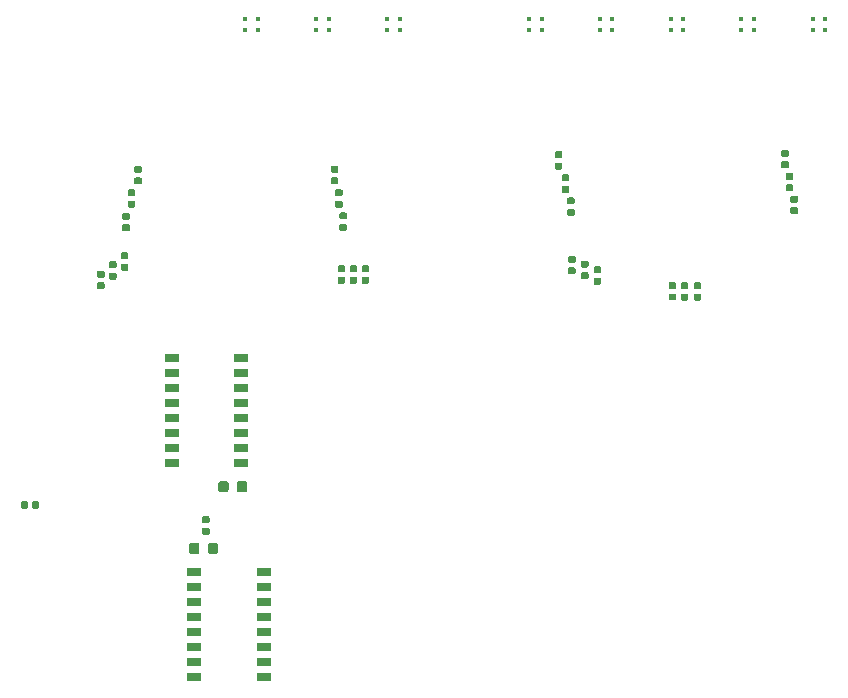
<source format=gbr>
G04 #@! TF.GenerationSoftware,KiCad,Pcbnew,(5.1.4)-1*
G04 #@! TF.CreationDate,2020-04-14T17:00:19+08:00*
G04 #@! TF.ProjectId,viper_plate_v2,76697065-725f-4706-9c61-74655f76322e,rev?*
G04 #@! TF.SameCoordinates,Original*
G04 #@! TF.FileFunction,Paste,Top*
G04 #@! TF.FilePolarity,Positive*
%FSLAX46Y46*%
G04 Gerber Fmt 4.6, Leading zero omitted, Abs format (unit mm)*
G04 Created by KiCad (PCBNEW (5.1.4)-1) date 2020-04-14 17:00:19*
%MOMM*%
%LPD*%
G04 APERTURE LIST*
%ADD10C,0.100000*%
%ADD11C,0.875000*%
%ADD12C,0.590000*%
%ADD13R,1.300000X0.800000*%
%ADD14R,0.450000X0.450000*%
G04 APERTURE END LIST*
D10*
G36*
X92480291Y-105723453D02*
G01*
X92501526Y-105726603D01*
X92522350Y-105731819D01*
X92542562Y-105739051D01*
X92561968Y-105748230D01*
X92580381Y-105759266D01*
X92597624Y-105772054D01*
X92613530Y-105786470D01*
X92627946Y-105802376D01*
X92640734Y-105819619D01*
X92651770Y-105838032D01*
X92660949Y-105857438D01*
X92668181Y-105877650D01*
X92673397Y-105898474D01*
X92676547Y-105919709D01*
X92677600Y-105941150D01*
X92677600Y-106453650D01*
X92676547Y-106475091D01*
X92673397Y-106496326D01*
X92668181Y-106517150D01*
X92660949Y-106537362D01*
X92651770Y-106556768D01*
X92640734Y-106575181D01*
X92627946Y-106592424D01*
X92613530Y-106608330D01*
X92597624Y-106622746D01*
X92580381Y-106635534D01*
X92561968Y-106646570D01*
X92542562Y-106655749D01*
X92522350Y-106662981D01*
X92501526Y-106668197D01*
X92480291Y-106671347D01*
X92458850Y-106672400D01*
X92021350Y-106672400D01*
X91999909Y-106671347D01*
X91978674Y-106668197D01*
X91957850Y-106662981D01*
X91937638Y-106655749D01*
X91918232Y-106646570D01*
X91899819Y-106635534D01*
X91882576Y-106622746D01*
X91866670Y-106608330D01*
X91852254Y-106592424D01*
X91839466Y-106575181D01*
X91828430Y-106556768D01*
X91819251Y-106537362D01*
X91812019Y-106517150D01*
X91806803Y-106496326D01*
X91803653Y-106475091D01*
X91802600Y-106453650D01*
X91802600Y-105941150D01*
X91803653Y-105919709D01*
X91806803Y-105898474D01*
X91812019Y-105877650D01*
X91819251Y-105857438D01*
X91828430Y-105838032D01*
X91839466Y-105819619D01*
X91852254Y-105802376D01*
X91866670Y-105786470D01*
X91882576Y-105772054D01*
X91899819Y-105759266D01*
X91918232Y-105748230D01*
X91937638Y-105739051D01*
X91957850Y-105731819D01*
X91978674Y-105726603D01*
X91999909Y-105723453D01*
X92021350Y-105722400D01*
X92458850Y-105722400D01*
X92480291Y-105723453D01*
X92480291Y-105723453D01*
G37*
D11*
X92240100Y-106197400D03*
D10*
G36*
X94055291Y-105723453D02*
G01*
X94076526Y-105726603D01*
X94097350Y-105731819D01*
X94117562Y-105739051D01*
X94136968Y-105748230D01*
X94155381Y-105759266D01*
X94172624Y-105772054D01*
X94188530Y-105786470D01*
X94202946Y-105802376D01*
X94215734Y-105819619D01*
X94226770Y-105838032D01*
X94235949Y-105857438D01*
X94243181Y-105877650D01*
X94248397Y-105898474D01*
X94251547Y-105919709D01*
X94252600Y-105941150D01*
X94252600Y-106453650D01*
X94251547Y-106475091D01*
X94248397Y-106496326D01*
X94243181Y-106517150D01*
X94235949Y-106537362D01*
X94226770Y-106556768D01*
X94215734Y-106575181D01*
X94202946Y-106592424D01*
X94188530Y-106608330D01*
X94172624Y-106622746D01*
X94155381Y-106635534D01*
X94136968Y-106646570D01*
X94117562Y-106655749D01*
X94097350Y-106662981D01*
X94076526Y-106668197D01*
X94055291Y-106671347D01*
X94033850Y-106672400D01*
X93596350Y-106672400D01*
X93574909Y-106671347D01*
X93553674Y-106668197D01*
X93532850Y-106662981D01*
X93512638Y-106655749D01*
X93493232Y-106646570D01*
X93474819Y-106635534D01*
X93457576Y-106622746D01*
X93441670Y-106608330D01*
X93427254Y-106592424D01*
X93414466Y-106575181D01*
X93403430Y-106556768D01*
X93394251Y-106537362D01*
X93387019Y-106517150D01*
X93381803Y-106496326D01*
X93378653Y-106475091D01*
X93377600Y-106453650D01*
X93377600Y-105941150D01*
X93378653Y-105919709D01*
X93381803Y-105898474D01*
X93387019Y-105877650D01*
X93394251Y-105857438D01*
X93403430Y-105838032D01*
X93414466Y-105819619D01*
X93427254Y-105802376D01*
X93441670Y-105786470D01*
X93457576Y-105772054D01*
X93474819Y-105759266D01*
X93493232Y-105748230D01*
X93512638Y-105739051D01*
X93532850Y-105731819D01*
X93553674Y-105726603D01*
X93574909Y-105723453D01*
X93596350Y-105722400D01*
X94033850Y-105722400D01*
X94055291Y-105723453D01*
X94055291Y-105723453D01*
G37*
D11*
X93815100Y-106197400D03*
D10*
G36*
X94944091Y-100503753D02*
G01*
X94965326Y-100506903D01*
X94986150Y-100512119D01*
X95006362Y-100519351D01*
X95025768Y-100528530D01*
X95044181Y-100539566D01*
X95061424Y-100552354D01*
X95077330Y-100566770D01*
X95091746Y-100582676D01*
X95104534Y-100599919D01*
X95115570Y-100618332D01*
X95124749Y-100637738D01*
X95131981Y-100657950D01*
X95137197Y-100678774D01*
X95140347Y-100700009D01*
X95141400Y-100721450D01*
X95141400Y-101233950D01*
X95140347Y-101255391D01*
X95137197Y-101276626D01*
X95131981Y-101297450D01*
X95124749Y-101317662D01*
X95115570Y-101337068D01*
X95104534Y-101355481D01*
X95091746Y-101372724D01*
X95077330Y-101388630D01*
X95061424Y-101403046D01*
X95044181Y-101415834D01*
X95025768Y-101426870D01*
X95006362Y-101436049D01*
X94986150Y-101443281D01*
X94965326Y-101448497D01*
X94944091Y-101451647D01*
X94922650Y-101452700D01*
X94485150Y-101452700D01*
X94463709Y-101451647D01*
X94442474Y-101448497D01*
X94421650Y-101443281D01*
X94401438Y-101436049D01*
X94382032Y-101426870D01*
X94363619Y-101415834D01*
X94346376Y-101403046D01*
X94330470Y-101388630D01*
X94316054Y-101372724D01*
X94303266Y-101355481D01*
X94292230Y-101337068D01*
X94283051Y-101317662D01*
X94275819Y-101297450D01*
X94270603Y-101276626D01*
X94267453Y-101255391D01*
X94266400Y-101233950D01*
X94266400Y-100721450D01*
X94267453Y-100700009D01*
X94270603Y-100678774D01*
X94275819Y-100657950D01*
X94283051Y-100637738D01*
X94292230Y-100618332D01*
X94303266Y-100599919D01*
X94316054Y-100582676D01*
X94330470Y-100566770D01*
X94346376Y-100552354D01*
X94363619Y-100539566D01*
X94382032Y-100528530D01*
X94401438Y-100519351D01*
X94421650Y-100512119D01*
X94442474Y-100506903D01*
X94463709Y-100503753D01*
X94485150Y-100502700D01*
X94922650Y-100502700D01*
X94944091Y-100503753D01*
X94944091Y-100503753D01*
G37*
D11*
X94703900Y-100977700D03*
D10*
G36*
X96519091Y-100503753D02*
G01*
X96540326Y-100506903D01*
X96561150Y-100512119D01*
X96581362Y-100519351D01*
X96600768Y-100528530D01*
X96619181Y-100539566D01*
X96636424Y-100552354D01*
X96652330Y-100566770D01*
X96666746Y-100582676D01*
X96679534Y-100599919D01*
X96690570Y-100618332D01*
X96699749Y-100637738D01*
X96706981Y-100657950D01*
X96712197Y-100678774D01*
X96715347Y-100700009D01*
X96716400Y-100721450D01*
X96716400Y-101233950D01*
X96715347Y-101255391D01*
X96712197Y-101276626D01*
X96706981Y-101297450D01*
X96699749Y-101317662D01*
X96690570Y-101337068D01*
X96679534Y-101355481D01*
X96666746Y-101372724D01*
X96652330Y-101388630D01*
X96636424Y-101403046D01*
X96619181Y-101415834D01*
X96600768Y-101426870D01*
X96581362Y-101436049D01*
X96561150Y-101443281D01*
X96540326Y-101448497D01*
X96519091Y-101451647D01*
X96497650Y-101452700D01*
X96060150Y-101452700D01*
X96038709Y-101451647D01*
X96017474Y-101448497D01*
X95996650Y-101443281D01*
X95976438Y-101436049D01*
X95957032Y-101426870D01*
X95938619Y-101415834D01*
X95921376Y-101403046D01*
X95905470Y-101388630D01*
X95891054Y-101372724D01*
X95878266Y-101355481D01*
X95867230Y-101337068D01*
X95858051Y-101317662D01*
X95850819Y-101297450D01*
X95845603Y-101276626D01*
X95842453Y-101255391D01*
X95841400Y-101233950D01*
X95841400Y-100721450D01*
X95842453Y-100700009D01*
X95845603Y-100678774D01*
X95850819Y-100657950D01*
X95858051Y-100637738D01*
X95867230Y-100618332D01*
X95878266Y-100599919D01*
X95891054Y-100582676D01*
X95905470Y-100566770D01*
X95921376Y-100552354D01*
X95938619Y-100539566D01*
X95957032Y-100528530D01*
X95976438Y-100519351D01*
X95996650Y-100512119D01*
X96017474Y-100506903D01*
X96038709Y-100503753D01*
X96060150Y-100502700D01*
X96497650Y-100502700D01*
X96519091Y-100503753D01*
X96519091Y-100503753D01*
G37*
D11*
X96278900Y-100977700D03*
D10*
G36*
X78978158Y-102195110D02*
G01*
X78992476Y-102197234D01*
X79006517Y-102200751D01*
X79020146Y-102205628D01*
X79033231Y-102211817D01*
X79045647Y-102219258D01*
X79057273Y-102227881D01*
X79067998Y-102237602D01*
X79077719Y-102248327D01*
X79086342Y-102259953D01*
X79093783Y-102272369D01*
X79099972Y-102285454D01*
X79104849Y-102299083D01*
X79108366Y-102313124D01*
X79110490Y-102327442D01*
X79111200Y-102341900D01*
X79111200Y-102686900D01*
X79110490Y-102701358D01*
X79108366Y-102715676D01*
X79104849Y-102729717D01*
X79099972Y-102743346D01*
X79093783Y-102756431D01*
X79086342Y-102768847D01*
X79077719Y-102780473D01*
X79067998Y-102791198D01*
X79057273Y-102800919D01*
X79045647Y-102809542D01*
X79033231Y-102816983D01*
X79020146Y-102823172D01*
X79006517Y-102828049D01*
X78992476Y-102831566D01*
X78978158Y-102833690D01*
X78963700Y-102834400D01*
X78668700Y-102834400D01*
X78654242Y-102833690D01*
X78639924Y-102831566D01*
X78625883Y-102828049D01*
X78612254Y-102823172D01*
X78599169Y-102816983D01*
X78586753Y-102809542D01*
X78575127Y-102800919D01*
X78564402Y-102791198D01*
X78554681Y-102780473D01*
X78546058Y-102768847D01*
X78538617Y-102756431D01*
X78532428Y-102743346D01*
X78527551Y-102729717D01*
X78524034Y-102715676D01*
X78521910Y-102701358D01*
X78521200Y-102686900D01*
X78521200Y-102341900D01*
X78521910Y-102327442D01*
X78524034Y-102313124D01*
X78527551Y-102299083D01*
X78532428Y-102285454D01*
X78538617Y-102272369D01*
X78546058Y-102259953D01*
X78554681Y-102248327D01*
X78564402Y-102237602D01*
X78575127Y-102227881D01*
X78586753Y-102219258D01*
X78599169Y-102211817D01*
X78612254Y-102205628D01*
X78625883Y-102200751D01*
X78639924Y-102197234D01*
X78654242Y-102195110D01*
X78668700Y-102194400D01*
X78963700Y-102194400D01*
X78978158Y-102195110D01*
X78978158Y-102195110D01*
G37*
D12*
X78816200Y-102514400D03*
D10*
G36*
X78008158Y-102195110D02*
G01*
X78022476Y-102197234D01*
X78036517Y-102200751D01*
X78050146Y-102205628D01*
X78063231Y-102211817D01*
X78075647Y-102219258D01*
X78087273Y-102227881D01*
X78097998Y-102237602D01*
X78107719Y-102248327D01*
X78116342Y-102259953D01*
X78123783Y-102272369D01*
X78129972Y-102285454D01*
X78134849Y-102299083D01*
X78138366Y-102313124D01*
X78140490Y-102327442D01*
X78141200Y-102341900D01*
X78141200Y-102686900D01*
X78140490Y-102701358D01*
X78138366Y-102715676D01*
X78134849Y-102729717D01*
X78129972Y-102743346D01*
X78123783Y-102756431D01*
X78116342Y-102768847D01*
X78107719Y-102780473D01*
X78097998Y-102791198D01*
X78087273Y-102800919D01*
X78075647Y-102809542D01*
X78063231Y-102816983D01*
X78050146Y-102823172D01*
X78036517Y-102828049D01*
X78022476Y-102831566D01*
X78008158Y-102833690D01*
X77993700Y-102834400D01*
X77698700Y-102834400D01*
X77684242Y-102833690D01*
X77669924Y-102831566D01*
X77655883Y-102828049D01*
X77642254Y-102823172D01*
X77629169Y-102816983D01*
X77616753Y-102809542D01*
X77605127Y-102800919D01*
X77594402Y-102791198D01*
X77584681Y-102780473D01*
X77576058Y-102768847D01*
X77568617Y-102756431D01*
X77562428Y-102743346D01*
X77557551Y-102729717D01*
X77554034Y-102715676D01*
X77551910Y-102701358D01*
X77551200Y-102686900D01*
X77551200Y-102341900D01*
X77551910Y-102327442D01*
X77554034Y-102313124D01*
X77557551Y-102299083D01*
X77562428Y-102285454D01*
X77568617Y-102272369D01*
X77576058Y-102259953D01*
X77584681Y-102248327D01*
X77594402Y-102237602D01*
X77605127Y-102227881D01*
X77616753Y-102219258D01*
X77629169Y-102211817D01*
X77642254Y-102205628D01*
X77655883Y-102200751D01*
X77669924Y-102197234D01*
X77684242Y-102195110D01*
X77698700Y-102194400D01*
X77993700Y-102194400D01*
X78008158Y-102195110D01*
X78008158Y-102195110D01*
G37*
D12*
X77846200Y-102514400D03*
D10*
G36*
X93404958Y-103485310D02*
G01*
X93419276Y-103487434D01*
X93433317Y-103490951D01*
X93446946Y-103495828D01*
X93460031Y-103502017D01*
X93472447Y-103509458D01*
X93484073Y-103518081D01*
X93494798Y-103527802D01*
X93504519Y-103538527D01*
X93513142Y-103550153D01*
X93520583Y-103562569D01*
X93526772Y-103575654D01*
X93531649Y-103589283D01*
X93535166Y-103603324D01*
X93537290Y-103617642D01*
X93538000Y-103632100D01*
X93538000Y-103927100D01*
X93537290Y-103941558D01*
X93535166Y-103955876D01*
X93531649Y-103969917D01*
X93526772Y-103983546D01*
X93520583Y-103996631D01*
X93513142Y-104009047D01*
X93504519Y-104020673D01*
X93494798Y-104031398D01*
X93484073Y-104041119D01*
X93472447Y-104049742D01*
X93460031Y-104057183D01*
X93446946Y-104063372D01*
X93433317Y-104068249D01*
X93419276Y-104071766D01*
X93404958Y-104073890D01*
X93390500Y-104074600D01*
X93045500Y-104074600D01*
X93031042Y-104073890D01*
X93016724Y-104071766D01*
X93002683Y-104068249D01*
X92989054Y-104063372D01*
X92975969Y-104057183D01*
X92963553Y-104049742D01*
X92951927Y-104041119D01*
X92941202Y-104031398D01*
X92931481Y-104020673D01*
X92922858Y-104009047D01*
X92915417Y-103996631D01*
X92909228Y-103983546D01*
X92904351Y-103969917D01*
X92900834Y-103955876D01*
X92898710Y-103941558D01*
X92898000Y-103927100D01*
X92898000Y-103632100D01*
X92898710Y-103617642D01*
X92900834Y-103603324D01*
X92904351Y-103589283D01*
X92909228Y-103575654D01*
X92915417Y-103562569D01*
X92922858Y-103550153D01*
X92931481Y-103538527D01*
X92941202Y-103527802D01*
X92951927Y-103518081D01*
X92963553Y-103509458D01*
X92975969Y-103502017D01*
X92989054Y-103495828D01*
X93002683Y-103490951D01*
X93016724Y-103487434D01*
X93031042Y-103485310D01*
X93045500Y-103484600D01*
X93390500Y-103484600D01*
X93404958Y-103485310D01*
X93404958Y-103485310D01*
G37*
D12*
X93218000Y-103779600D03*
D10*
G36*
X93404958Y-104455310D02*
G01*
X93419276Y-104457434D01*
X93433317Y-104460951D01*
X93446946Y-104465828D01*
X93460031Y-104472017D01*
X93472447Y-104479458D01*
X93484073Y-104488081D01*
X93494798Y-104497802D01*
X93504519Y-104508527D01*
X93513142Y-104520153D01*
X93520583Y-104532569D01*
X93526772Y-104545654D01*
X93531649Y-104559283D01*
X93535166Y-104573324D01*
X93537290Y-104587642D01*
X93538000Y-104602100D01*
X93538000Y-104897100D01*
X93537290Y-104911558D01*
X93535166Y-104925876D01*
X93531649Y-104939917D01*
X93526772Y-104953546D01*
X93520583Y-104966631D01*
X93513142Y-104979047D01*
X93504519Y-104990673D01*
X93494798Y-105001398D01*
X93484073Y-105011119D01*
X93472447Y-105019742D01*
X93460031Y-105027183D01*
X93446946Y-105033372D01*
X93433317Y-105038249D01*
X93419276Y-105041766D01*
X93404958Y-105043890D01*
X93390500Y-105044600D01*
X93045500Y-105044600D01*
X93031042Y-105043890D01*
X93016724Y-105041766D01*
X93002683Y-105038249D01*
X92989054Y-105033372D01*
X92975969Y-105027183D01*
X92963553Y-105019742D01*
X92951927Y-105011119D01*
X92941202Y-105001398D01*
X92931481Y-104990673D01*
X92922858Y-104979047D01*
X92915417Y-104966631D01*
X92909228Y-104953546D01*
X92904351Y-104939917D01*
X92900834Y-104925876D01*
X92898710Y-104911558D01*
X92898000Y-104897100D01*
X92898000Y-104602100D01*
X92898710Y-104587642D01*
X92900834Y-104573324D01*
X92904351Y-104559283D01*
X92909228Y-104545654D01*
X92915417Y-104532569D01*
X92922858Y-104520153D01*
X92931481Y-104508527D01*
X92941202Y-104497802D01*
X92951927Y-104488081D01*
X92963553Y-104479458D01*
X92975969Y-104472017D01*
X92989054Y-104465828D01*
X93002683Y-104460951D01*
X93016724Y-104457434D01*
X93031042Y-104455310D01*
X93045500Y-104454600D01*
X93390500Y-104454600D01*
X93404958Y-104455310D01*
X93404958Y-104455310D01*
G37*
D12*
X93218000Y-104749600D03*
D10*
G36*
X84509878Y-83665270D02*
G01*
X84524196Y-83667394D01*
X84538237Y-83670911D01*
X84551866Y-83675788D01*
X84564951Y-83681977D01*
X84577367Y-83689418D01*
X84588993Y-83698041D01*
X84599718Y-83707762D01*
X84609439Y-83718487D01*
X84618062Y-83730113D01*
X84625503Y-83742529D01*
X84631692Y-83755614D01*
X84636569Y-83769243D01*
X84640086Y-83783284D01*
X84642210Y-83797602D01*
X84642920Y-83812060D01*
X84642920Y-84107060D01*
X84642210Y-84121518D01*
X84640086Y-84135836D01*
X84636569Y-84149877D01*
X84631692Y-84163506D01*
X84625503Y-84176591D01*
X84618062Y-84189007D01*
X84609439Y-84200633D01*
X84599718Y-84211358D01*
X84588993Y-84221079D01*
X84577367Y-84229702D01*
X84564951Y-84237143D01*
X84551866Y-84243332D01*
X84538237Y-84248209D01*
X84524196Y-84251726D01*
X84509878Y-84253850D01*
X84495420Y-84254560D01*
X84150420Y-84254560D01*
X84135962Y-84253850D01*
X84121644Y-84251726D01*
X84107603Y-84248209D01*
X84093974Y-84243332D01*
X84080889Y-84237143D01*
X84068473Y-84229702D01*
X84056847Y-84221079D01*
X84046122Y-84211358D01*
X84036401Y-84200633D01*
X84027778Y-84189007D01*
X84020337Y-84176591D01*
X84014148Y-84163506D01*
X84009271Y-84149877D01*
X84005754Y-84135836D01*
X84003630Y-84121518D01*
X84002920Y-84107060D01*
X84002920Y-83812060D01*
X84003630Y-83797602D01*
X84005754Y-83783284D01*
X84009271Y-83769243D01*
X84014148Y-83755614D01*
X84020337Y-83742529D01*
X84027778Y-83730113D01*
X84036401Y-83718487D01*
X84046122Y-83707762D01*
X84056847Y-83698041D01*
X84068473Y-83689418D01*
X84080889Y-83681977D01*
X84093974Y-83675788D01*
X84107603Y-83670911D01*
X84121644Y-83667394D01*
X84135962Y-83665270D01*
X84150420Y-83664560D01*
X84495420Y-83664560D01*
X84509878Y-83665270D01*
X84509878Y-83665270D01*
G37*
D12*
X84322920Y-83959560D03*
D10*
G36*
X84509878Y-82695270D02*
G01*
X84524196Y-82697394D01*
X84538237Y-82700911D01*
X84551866Y-82705788D01*
X84564951Y-82711977D01*
X84577367Y-82719418D01*
X84588993Y-82728041D01*
X84599718Y-82737762D01*
X84609439Y-82748487D01*
X84618062Y-82760113D01*
X84625503Y-82772529D01*
X84631692Y-82785614D01*
X84636569Y-82799243D01*
X84640086Y-82813284D01*
X84642210Y-82827602D01*
X84642920Y-82842060D01*
X84642920Y-83137060D01*
X84642210Y-83151518D01*
X84640086Y-83165836D01*
X84636569Y-83179877D01*
X84631692Y-83193506D01*
X84625503Y-83206591D01*
X84618062Y-83219007D01*
X84609439Y-83230633D01*
X84599718Y-83241358D01*
X84588993Y-83251079D01*
X84577367Y-83259702D01*
X84564951Y-83267143D01*
X84551866Y-83273332D01*
X84538237Y-83278209D01*
X84524196Y-83281726D01*
X84509878Y-83283850D01*
X84495420Y-83284560D01*
X84150420Y-83284560D01*
X84135962Y-83283850D01*
X84121644Y-83281726D01*
X84107603Y-83278209D01*
X84093974Y-83273332D01*
X84080889Y-83267143D01*
X84068473Y-83259702D01*
X84056847Y-83251079D01*
X84046122Y-83241358D01*
X84036401Y-83230633D01*
X84027778Y-83219007D01*
X84020337Y-83206591D01*
X84014148Y-83193506D01*
X84009271Y-83179877D01*
X84005754Y-83165836D01*
X84003630Y-83151518D01*
X84002920Y-83137060D01*
X84002920Y-82842060D01*
X84003630Y-82827602D01*
X84005754Y-82813284D01*
X84009271Y-82799243D01*
X84014148Y-82785614D01*
X84020337Y-82772529D01*
X84027778Y-82760113D01*
X84036401Y-82748487D01*
X84046122Y-82737762D01*
X84056847Y-82728041D01*
X84068473Y-82719418D01*
X84080889Y-82711977D01*
X84093974Y-82705788D01*
X84107603Y-82700911D01*
X84121644Y-82697394D01*
X84135962Y-82695270D01*
X84150420Y-82694560D01*
X84495420Y-82694560D01*
X84509878Y-82695270D01*
X84509878Y-82695270D01*
G37*
D12*
X84322920Y-82989560D03*
D10*
G36*
X85525878Y-81887550D02*
G01*
X85540196Y-81889674D01*
X85554237Y-81893191D01*
X85567866Y-81898068D01*
X85580951Y-81904257D01*
X85593367Y-81911698D01*
X85604993Y-81920321D01*
X85615718Y-81930042D01*
X85625439Y-81940767D01*
X85634062Y-81952393D01*
X85641503Y-81964809D01*
X85647692Y-81977894D01*
X85652569Y-81991523D01*
X85656086Y-82005564D01*
X85658210Y-82019882D01*
X85658920Y-82034340D01*
X85658920Y-82329340D01*
X85658210Y-82343798D01*
X85656086Y-82358116D01*
X85652569Y-82372157D01*
X85647692Y-82385786D01*
X85641503Y-82398871D01*
X85634062Y-82411287D01*
X85625439Y-82422913D01*
X85615718Y-82433638D01*
X85604993Y-82443359D01*
X85593367Y-82451982D01*
X85580951Y-82459423D01*
X85567866Y-82465612D01*
X85554237Y-82470489D01*
X85540196Y-82474006D01*
X85525878Y-82476130D01*
X85511420Y-82476840D01*
X85166420Y-82476840D01*
X85151962Y-82476130D01*
X85137644Y-82474006D01*
X85123603Y-82470489D01*
X85109974Y-82465612D01*
X85096889Y-82459423D01*
X85084473Y-82451982D01*
X85072847Y-82443359D01*
X85062122Y-82433638D01*
X85052401Y-82422913D01*
X85043778Y-82411287D01*
X85036337Y-82398871D01*
X85030148Y-82385786D01*
X85025271Y-82372157D01*
X85021754Y-82358116D01*
X85019630Y-82343798D01*
X85018920Y-82329340D01*
X85018920Y-82034340D01*
X85019630Y-82019882D01*
X85021754Y-82005564D01*
X85025271Y-81991523D01*
X85030148Y-81977894D01*
X85036337Y-81964809D01*
X85043778Y-81952393D01*
X85052401Y-81940767D01*
X85062122Y-81930042D01*
X85072847Y-81920321D01*
X85084473Y-81911698D01*
X85096889Y-81904257D01*
X85109974Y-81898068D01*
X85123603Y-81893191D01*
X85137644Y-81889674D01*
X85151962Y-81887550D01*
X85166420Y-81886840D01*
X85511420Y-81886840D01*
X85525878Y-81887550D01*
X85525878Y-81887550D01*
G37*
D12*
X85338920Y-82181840D03*
D10*
G36*
X85525878Y-82857550D02*
G01*
X85540196Y-82859674D01*
X85554237Y-82863191D01*
X85567866Y-82868068D01*
X85580951Y-82874257D01*
X85593367Y-82881698D01*
X85604993Y-82890321D01*
X85615718Y-82900042D01*
X85625439Y-82910767D01*
X85634062Y-82922393D01*
X85641503Y-82934809D01*
X85647692Y-82947894D01*
X85652569Y-82961523D01*
X85656086Y-82975564D01*
X85658210Y-82989882D01*
X85658920Y-83004340D01*
X85658920Y-83299340D01*
X85658210Y-83313798D01*
X85656086Y-83328116D01*
X85652569Y-83342157D01*
X85647692Y-83355786D01*
X85641503Y-83368871D01*
X85634062Y-83381287D01*
X85625439Y-83392913D01*
X85615718Y-83403638D01*
X85604993Y-83413359D01*
X85593367Y-83421982D01*
X85580951Y-83429423D01*
X85567866Y-83435612D01*
X85554237Y-83440489D01*
X85540196Y-83444006D01*
X85525878Y-83446130D01*
X85511420Y-83446840D01*
X85166420Y-83446840D01*
X85151962Y-83446130D01*
X85137644Y-83444006D01*
X85123603Y-83440489D01*
X85109974Y-83435612D01*
X85096889Y-83429423D01*
X85084473Y-83421982D01*
X85072847Y-83413359D01*
X85062122Y-83403638D01*
X85052401Y-83392913D01*
X85043778Y-83381287D01*
X85036337Y-83368871D01*
X85030148Y-83355786D01*
X85025271Y-83342157D01*
X85021754Y-83328116D01*
X85019630Y-83313798D01*
X85018920Y-83299340D01*
X85018920Y-83004340D01*
X85019630Y-82989882D01*
X85021754Y-82975564D01*
X85025271Y-82961523D01*
X85030148Y-82947894D01*
X85036337Y-82934809D01*
X85043778Y-82922393D01*
X85052401Y-82910767D01*
X85062122Y-82900042D01*
X85072847Y-82890321D01*
X85084473Y-82881698D01*
X85096889Y-82874257D01*
X85109974Y-82868068D01*
X85123603Y-82863191D01*
X85137644Y-82859674D01*
X85151962Y-82857550D01*
X85166420Y-82856840D01*
X85511420Y-82856840D01*
X85525878Y-82857550D01*
X85525878Y-82857550D01*
G37*
D12*
X85338920Y-83151840D03*
D10*
G36*
X86526638Y-82100630D02*
G01*
X86540956Y-82102754D01*
X86554997Y-82106271D01*
X86568626Y-82111148D01*
X86581711Y-82117337D01*
X86594127Y-82124778D01*
X86605753Y-82133401D01*
X86616478Y-82143122D01*
X86626199Y-82153847D01*
X86634822Y-82165473D01*
X86642263Y-82177889D01*
X86648452Y-82190974D01*
X86653329Y-82204603D01*
X86656846Y-82218644D01*
X86658970Y-82232962D01*
X86659680Y-82247420D01*
X86659680Y-82542420D01*
X86658970Y-82556878D01*
X86656846Y-82571196D01*
X86653329Y-82585237D01*
X86648452Y-82598866D01*
X86642263Y-82611951D01*
X86634822Y-82624367D01*
X86626199Y-82635993D01*
X86616478Y-82646718D01*
X86605753Y-82656439D01*
X86594127Y-82665062D01*
X86581711Y-82672503D01*
X86568626Y-82678692D01*
X86554997Y-82683569D01*
X86540956Y-82687086D01*
X86526638Y-82689210D01*
X86512180Y-82689920D01*
X86167180Y-82689920D01*
X86152722Y-82689210D01*
X86138404Y-82687086D01*
X86124363Y-82683569D01*
X86110734Y-82678692D01*
X86097649Y-82672503D01*
X86085233Y-82665062D01*
X86073607Y-82656439D01*
X86062882Y-82646718D01*
X86053161Y-82635993D01*
X86044538Y-82624367D01*
X86037097Y-82611951D01*
X86030908Y-82598866D01*
X86026031Y-82585237D01*
X86022514Y-82571196D01*
X86020390Y-82556878D01*
X86019680Y-82542420D01*
X86019680Y-82247420D01*
X86020390Y-82232962D01*
X86022514Y-82218644D01*
X86026031Y-82204603D01*
X86030908Y-82190974D01*
X86037097Y-82177889D01*
X86044538Y-82165473D01*
X86053161Y-82153847D01*
X86062882Y-82143122D01*
X86073607Y-82133401D01*
X86085233Y-82124778D01*
X86097649Y-82117337D01*
X86110734Y-82111148D01*
X86124363Y-82106271D01*
X86138404Y-82102754D01*
X86152722Y-82100630D01*
X86167180Y-82099920D01*
X86512180Y-82099920D01*
X86526638Y-82100630D01*
X86526638Y-82100630D01*
G37*
D12*
X86339680Y-82394920D03*
D10*
G36*
X86526638Y-81130630D02*
G01*
X86540956Y-81132754D01*
X86554997Y-81136271D01*
X86568626Y-81141148D01*
X86581711Y-81147337D01*
X86594127Y-81154778D01*
X86605753Y-81163401D01*
X86616478Y-81173122D01*
X86626199Y-81183847D01*
X86634822Y-81195473D01*
X86642263Y-81207889D01*
X86648452Y-81220974D01*
X86653329Y-81234603D01*
X86656846Y-81248644D01*
X86658970Y-81262962D01*
X86659680Y-81277420D01*
X86659680Y-81572420D01*
X86658970Y-81586878D01*
X86656846Y-81601196D01*
X86653329Y-81615237D01*
X86648452Y-81628866D01*
X86642263Y-81641951D01*
X86634822Y-81654367D01*
X86626199Y-81665993D01*
X86616478Y-81676718D01*
X86605753Y-81686439D01*
X86594127Y-81695062D01*
X86581711Y-81702503D01*
X86568626Y-81708692D01*
X86554997Y-81713569D01*
X86540956Y-81717086D01*
X86526638Y-81719210D01*
X86512180Y-81719920D01*
X86167180Y-81719920D01*
X86152722Y-81719210D01*
X86138404Y-81717086D01*
X86124363Y-81713569D01*
X86110734Y-81708692D01*
X86097649Y-81702503D01*
X86085233Y-81695062D01*
X86073607Y-81686439D01*
X86062882Y-81676718D01*
X86053161Y-81665993D01*
X86044538Y-81654367D01*
X86037097Y-81641951D01*
X86030908Y-81628866D01*
X86026031Y-81615237D01*
X86022514Y-81601196D01*
X86020390Y-81586878D01*
X86019680Y-81572420D01*
X86019680Y-81277420D01*
X86020390Y-81262962D01*
X86022514Y-81248644D01*
X86026031Y-81234603D01*
X86030908Y-81220974D01*
X86037097Y-81207889D01*
X86044538Y-81195473D01*
X86053161Y-81183847D01*
X86062882Y-81173122D01*
X86073607Y-81163401D01*
X86085233Y-81154778D01*
X86097649Y-81147337D01*
X86110734Y-81141148D01*
X86124363Y-81136271D01*
X86138404Y-81132754D01*
X86152722Y-81130630D01*
X86167180Y-81129920D01*
X86512180Y-81129920D01*
X86526638Y-81130630D01*
X86526638Y-81130630D01*
G37*
D12*
X86339680Y-81424920D03*
D10*
G36*
X86648558Y-77795610D02*
G01*
X86662876Y-77797734D01*
X86676917Y-77801251D01*
X86690546Y-77806128D01*
X86703631Y-77812317D01*
X86716047Y-77819758D01*
X86727673Y-77828381D01*
X86738398Y-77838102D01*
X86748119Y-77848827D01*
X86756742Y-77860453D01*
X86764183Y-77872869D01*
X86770372Y-77885954D01*
X86775249Y-77899583D01*
X86778766Y-77913624D01*
X86780890Y-77927942D01*
X86781600Y-77942400D01*
X86781600Y-78237400D01*
X86780890Y-78251858D01*
X86778766Y-78266176D01*
X86775249Y-78280217D01*
X86770372Y-78293846D01*
X86764183Y-78306931D01*
X86756742Y-78319347D01*
X86748119Y-78330973D01*
X86738398Y-78341698D01*
X86727673Y-78351419D01*
X86716047Y-78360042D01*
X86703631Y-78367483D01*
X86690546Y-78373672D01*
X86676917Y-78378549D01*
X86662876Y-78382066D01*
X86648558Y-78384190D01*
X86634100Y-78384900D01*
X86289100Y-78384900D01*
X86274642Y-78384190D01*
X86260324Y-78382066D01*
X86246283Y-78378549D01*
X86232654Y-78373672D01*
X86219569Y-78367483D01*
X86207153Y-78360042D01*
X86195527Y-78351419D01*
X86184802Y-78341698D01*
X86175081Y-78330973D01*
X86166458Y-78319347D01*
X86159017Y-78306931D01*
X86152828Y-78293846D01*
X86147951Y-78280217D01*
X86144434Y-78266176D01*
X86142310Y-78251858D01*
X86141600Y-78237400D01*
X86141600Y-77942400D01*
X86142310Y-77927942D01*
X86144434Y-77913624D01*
X86147951Y-77899583D01*
X86152828Y-77885954D01*
X86159017Y-77872869D01*
X86166458Y-77860453D01*
X86175081Y-77848827D01*
X86184802Y-77838102D01*
X86195527Y-77828381D01*
X86207153Y-77819758D01*
X86219569Y-77812317D01*
X86232654Y-77806128D01*
X86246283Y-77801251D01*
X86260324Y-77797734D01*
X86274642Y-77795610D01*
X86289100Y-77794900D01*
X86634100Y-77794900D01*
X86648558Y-77795610D01*
X86648558Y-77795610D01*
G37*
D12*
X86461600Y-78089900D03*
D10*
G36*
X86648558Y-78765610D02*
G01*
X86662876Y-78767734D01*
X86676917Y-78771251D01*
X86690546Y-78776128D01*
X86703631Y-78782317D01*
X86716047Y-78789758D01*
X86727673Y-78798381D01*
X86738398Y-78808102D01*
X86748119Y-78818827D01*
X86756742Y-78830453D01*
X86764183Y-78842869D01*
X86770372Y-78855954D01*
X86775249Y-78869583D01*
X86778766Y-78883624D01*
X86780890Y-78897942D01*
X86781600Y-78912400D01*
X86781600Y-79207400D01*
X86780890Y-79221858D01*
X86778766Y-79236176D01*
X86775249Y-79250217D01*
X86770372Y-79263846D01*
X86764183Y-79276931D01*
X86756742Y-79289347D01*
X86748119Y-79300973D01*
X86738398Y-79311698D01*
X86727673Y-79321419D01*
X86716047Y-79330042D01*
X86703631Y-79337483D01*
X86690546Y-79343672D01*
X86676917Y-79348549D01*
X86662876Y-79352066D01*
X86648558Y-79354190D01*
X86634100Y-79354900D01*
X86289100Y-79354900D01*
X86274642Y-79354190D01*
X86260324Y-79352066D01*
X86246283Y-79348549D01*
X86232654Y-79343672D01*
X86219569Y-79337483D01*
X86207153Y-79330042D01*
X86195527Y-79321419D01*
X86184802Y-79311698D01*
X86175081Y-79300973D01*
X86166458Y-79289347D01*
X86159017Y-79276931D01*
X86152828Y-79263846D01*
X86147951Y-79250217D01*
X86144434Y-79236176D01*
X86142310Y-79221858D01*
X86141600Y-79207400D01*
X86141600Y-78912400D01*
X86142310Y-78897942D01*
X86144434Y-78883624D01*
X86147951Y-78869583D01*
X86152828Y-78855954D01*
X86159017Y-78842869D01*
X86166458Y-78830453D01*
X86175081Y-78818827D01*
X86184802Y-78808102D01*
X86195527Y-78798381D01*
X86207153Y-78789758D01*
X86219569Y-78782317D01*
X86232654Y-78776128D01*
X86246283Y-78771251D01*
X86260324Y-78767734D01*
X86274642Y-78765610D01*
X86289100Y-78764900D01*
X86634100Y-78764900D01*
X86648558Y-78765610D01*
X86648558Y-78765610D01*
G37*
D12*
X86461600Y-79059900D03*
D10*
G36*
X87118458Y-76759010D02*
G01*
X87132776Y-76761134D01*
X87146817Y-76764651D01*
X87160446Y-76769528D01*
X87173531Y-76775717D01*
X87185947Y-76783158D01*
X87197573Y-76791781D01*
X87208298Y-76801502D01*
X87218019Y-76812227D01*
X87226642Y-76823853D01*
X87234083Y-76836269D01*
X87240272Y-76849354D01*
X87245149Y-76862983D01*
X87248666Y-76877024D01*
X87250790Y-76891342D01*
X87251500Y-76905800D01*
X87251500Y-77200800D01*
X87250790Y-77215258D01*
X87248666Y-77229576D01*
X87245149Y-77243617D01*
X87240272Y-77257246D01*
X87234083Y-77270331D01*
X87226642Y-77282747D01*
X87218019Y-77294373D01*
X87208298Y-77305098D01*
X87197573Y-77314819D01*
X87185947Y-77323442D01*
X87173531Y-77330883D01*
X87160446Y-77337072D01*
X87146817Y-77341949D01*
X87132776Y-77345466D01*
X87118458Y-77347590D01*
X87104000Y-77348300D01*
X86759000Y-77348300D01*
X86744542Y-77347590D01*
X86730224Y-77345466D01*
X86716183Y-77341949D01*
X86702554Y-77337072D01*
X86689469Y-77330883D01*
X86677053Y-77323442D01*
X86665427Y-77314819D01*
X86654702Y-77305098D01*
X86644981Y-77294373D01*
X86636358Y-77282747D01*
X86628917Y-77270331D01*
X86622728Y-77257246D01*
X86617851Y-77243617D01*
X86614334Y-77229576D01*
X86612210Y-77215258D01*
X86611500Y-77200800D01*
X86611500Y-76905800D01*
X86612210Y-76891342D01*
X86614334Y-76877024D01*
X86617851Y-76862983D01*
X86622728Y-76849354D01*
X86628917Y-76836269D01*
X86636358Y-76823853D01*
X86644981Y-76812227D01*
X86654702Y-76801502D01*
X86665427Y-76791781D01*
X86677053Y-76783158D01*
X86689469Y-76775717D01*
X86702554Y-76769528D01*
X86716183Y-76764651D01*
X86730224Y-76761134D01*
X86744542Y-76759010D01*
X86759000Y-76758300D01*
X87104000Y-76758300D01*
X87118458Y-76759010D01*
X87118458Y-76759010D01*
G37*
D12*
X86931500Y-77053300D03*
D10*
G36*
X87118458Y-75789010D02*
G01*
X87132776Y-75791134D01*
X87146817Y-75794651D01*
X87160446Y-75799528D01*
X87173531Y-75805717D01*
X87185947Y-75813158D01*
X87197573Y-75821781D01*
X87208298Y-75831502D01*
X87218019Y-75842227D01*
X87226642Y-75853853D01*
X87234083Y-75866269D01*
X87240272Y-75879354D01*
X87245149Y-75892983D01*
X87248666Y-75907024D01*
X87250790Y-75921342D01*
X87251500Y-75935800D01*
X87251500Y-76230800D01*
X87250790Y-76245258D01*
X87248666Y-76259576D01*
X87245149Y-76273617D01*
X87240272Y-76287246D01*
X87234083Y-76300331D01*
X87226642Y-76312747D01*
X87218019Y-76324373D01*
X87208298Y-76335098D01*
X87197573Y-76344819D01*
X87185947Y-76353442D01*
X87173531Y-76360883D01*
X87160446Y-76367072D01*
X87146817Y-76371949D01*
X87132776Y-76375466D01*
X87118458Y-76377590D01*
X87104000Y-76378300D01*
X86759000Y-76378300D01*
X86744542Y-76377590D01*
X86730224Y-76375466D01*
X86716183Y-76371949D01*
X86702554Y-76367072D01*
X86689469Y-76360883D01*
X86677053Y-76353442D01*
X86665427Y-76344819D01*
X86654702Y-76335098D01*
X86644981Y-76324373D01*
X86636358Y-76312747D01*
X86628917Y-76300331D01*
X86622728Y-76287246D01*
X86617851Y-76273617D01*
X86614334Y-76259576D01*
X86612210Y-76245258D01*
X86611500Y-76230800D01*
X86611500Y-75935800D01*
X86612210Y-75921342D01*
X86614334Y-75907024D01*
X86617851Y-75892983D01*
X86622728Y-75879354D01*
X86628917Y-75866269D01*
X86636358Y-75853853D01*
X86644981Y-75842227D01*
X86654702Y-75831502D01*
X86665427Y-75821781D01*
X86677053Y-75813158D01*
X86689469Y-75805717D01*
X86702554Y-75799528D01*
X86716183Y-75794651D01*
X86730224Y-75791134D01*
X86744542Y-75789010D01*
X86759000Y-75788300D01*
X87104000Y-75788300D01*
X87118458Y-75789010D01*
X87118458Y-75789010D01*
G37*
D12*
X86931500Y-76083300D03*
D10*
G36*
X87664558Y-73822910D02*
G01*
X87678876Y-73825034D01*
X87692917Y-73828551D01*
X87706546Y-73833428D01*
X87719631Y-73839617D01*
X87732047Y-73847058D01*
X87743673Y-73855681D01*
X87754398Y-73865402D01*
X87764119Y-73876127D01*
X87772742Y-73887753D01*
X87780183Y-73900169D01*
X87786372Y-73913254D01*
X87791249Y-73926883D01*
X87794766Y-73940924D01*
X87796890Y-73955242D01*
X87797600Y-73969700D01*
X87797600Y-74264700D01*
X87796890Y-74279158D01*
X87794766Y-74293476D01*
X87791249Y-74307517D01*
X87786372Y-74321146D01*
X87780183Y-74334231D01*
X87772742Y-74346647D01*
X87764119Y-74358273D01*
X87754398Y-74368998D01*
X87743673Y-74378719D01*
X87732047Y-74387342D01*
X87719631Y-74394783D01*
X87706546Y-74400972D01*
X87692917Y-74405849D01*
X87678876Y-74409366D01*
X87664558Y-74411490D01*
X87650100Y-74412200D01*
X87305100Y-74412200D01*
X87290642Y-74411490D01*
X87276324Y-74409366D01*
X87262283Y-74405849D01*
X87248654Y-74400972D01*
X87235569Y-74394783D01*
X87223153Y-74387342D01*
X87211527Y-74378719D01*
X87200802Y-74368998D01*
X87191081Y-74358273D01*
X87182458Y-74346647D01*
X87175017Y-74334231D01*
X87168828Y-74321146D01*
X87163951Y-74307517D01*
X87160434Y-74293476D01*
X87158310Y-74279158D01*
X87157600Y-74264700D01*
X87157600Y-73969700D01*
X87158310Y-73955242D01*
X87160434Y-73940924D01*
X87163951Y-73926883D01*
X87168828Y-73913254D01*
X87175017Y-73900169D01*
X87182458Y-73887753D01*
X87191081Y-73876127D01*
X87200802Y-73865402D01*
X87211527Y-73855681D01*
X87223153Y-73847058D01*
X87235569Y-73839617D01*
X87248654Y-73833428D01*
X87262283Y-73828551D01*
X87276324Y-73825034D01*
X87290642Y-73822910D01*
X87305100Y-73822200D01*
X87650100Y-73822200D01*
X87664558Y-73822910D01*
X87664558Y-73822910D01*
G37*
D12*
X87477600Y-74117200D03*
D10*
G36*
X87664558Y-74792910D02*
G01*
X87678876Y-74795034D01*
X87692917Y-74798551D01*
X87706546Y-74803428D01*
X87719631Y-74809617D01*
X87732047Y-74817058D01*
X87743673Y-74825681D01*
X87754398Y-74835402D01*
X87764119Y-74846127D01*
X87772742Y-74857753D01*
X87780183Y-74870169D01*
X87786372Y-74883254D01*
X87791249Y-74896883D01*
X87794766Y-74910924D01*
X87796890Y-74925242D01*
X87797600Y-74939700D01*
X87797600Y-75234700D01*
X87796890Y-75249158D01*
X87794766Y-75263476D01*
X87791249Y-75277517D01*
X87786372Y-75291146D01*
X87780183Y-75304231D01*
X87772742Y-75316647D01*
X87764119Y-75328273D01*
X87754398Y-75338998D01*
X87743673Y-75348719D01*
X87732047Y-75357342D01*
X87719631Y-75364783D01*
X87706546Y-75370972D01*
X87692917Y-75375849D01*
X87678876Y-75379366D01*
X87664558Y-75381490D01*
X87650100Y-75382200D01*
X87305100Y-75382200D01*
X87290642Y-75381490D01*
X87276324Y-75379366D01*
X87262283Y-75375849D01*
X87248654Y-75370972D01*
X87235569Y-75364783D01*
X87223153Y-75357342D01*
X87211527Y-75348719D01*
X87200802Y-75338998D01*
X87191081Y-75328273D01*
X87182458Y-75316647D01*
X87175017Y-75304231D01*
X87168828Y-75291146D01*
X87163951Y-75277517D01*
X87160434Y-75263476D01*
X87158310Y-75249158D01*
X87157600Y-75234700D01*
X87157600Y-74939700D01*
X87158310Y-74925242D01*
X87160434Y-74910924D01*
X87163951Y-74896883D01*
X87168828Y-74883254D01*
X87175017Y-74870169D01*
X87182458Y-74857753D01*
X87191081Y-74846127D01*
X87200802Y-74835402D01*
X87211527Y-74825681D01*
X87223153Y-74817058D01*
X87235569Y-74809617D01*
X87248654Y-74803428D01*
X87262283Y-74798551D01*
X87276324Y-74795034D01*
X87290642Y-74792910D01*
X87305100Y-74792200D01*
X87650100Y-74792200D01*
X87664558Y-74792910D01*
X87664558Y-74792910D01*
G37*
D12*
X87477600Y-75087200D03*
D10*
G36*
X104301558Y-74777810D02*
G01*
X104315876Y-74779934D01*
X104329917Y-74783451D01*
X104343546Y-74788328D01*
X104356631Y-74794517D01*
X104369047Y-74801958D01*
X104380673Y-74810581D01*
X104391398Y-74820302D01*
X104401119Y-74831027D01*
X104409742Y-74842653D01*
X104417183Y-74855069D01*
X104423372Y-74868154D01*
X104428249Y-74881783D01*
X104431766Y-74895824D01*
X104433890Y-74910142D01*
X104434600Y-74924600D01*
X104434600Y-75219600D01*
X104433890Y-75234058D01*
X104431766Y-75248376D01*
X104428249Y-75262417D01*
X104423372Y-75276046D01*
X104417183Y-75289131D01*
X104409742Y-75301547D01*
X104401119Y-75313173D01*
X104391398Y-75323898D01*
X104380673Y-75333619D01*
X104369047Y-75342242D01*
X104356631Y-75349683D01*
X104343546Y-75355872D01*
X104329917Y-75360749D01*
X104315876Y-75364266D01*
X104301558Y-75366390D01*
X104287100Y-75367100D01*
X103942100Y-75367100D01*
X103927642Y-75366390D01*
X103913324Y-75364266D01*
X103899283Y-75360749D01*
X103885654Y-75355872D01*
X103872569Y-75349683D01*
X103860153Y-75342242D01*
X103848527Y-75333619D01*
X103837802Y-75323898D01*
X103828081Y-75313173D01*
X103819458Y-75301547D01*
X103812017Y-75289131D01*
X103805828Y-75276046D01*
X103800951Y-75262417D01*
X103797434Y-75248376D01*
X103795310Y-75234058D01*
X103794600Y-75219600D01*
X103794600Y-74924600D01*
X103795310Y-74910142D01*
X103797434Y-74895824D01*
X103800951Y-74881783D01*
X103805828Y-74868154D01*
X103812017Y-74855069D01*
X103819458Y-74842653D01*
X103828081Y-74831027D01*
X103837802Y-74820302D01*
X103848527Y-74810581D01*
X103860153Y-74801958D01*
X103872569Y-74794517D01*
X103885654Y-74788328D01*
X103899283Y-74783451D01*
X103913324Y-74779934D01*
X103927642Y-74777810D01*
X103942100Y-74777100D01*
X104287100Y-74777100D01*
X104301558Y-74777810D01*
X104301558Y-74777810D01*
G37*
D12*
X104114600Y-75072100D03*
D10*
G36*
X104301558Y-73807810D02*
G01*
X104315876Y-73809934D01*
X104329917Y-73813451D01*
X104343546Y-73818328D01*
X104356631Y-73824517D01*
X104369047Y-73831958D01*
X104380673Y-73840581D01*
X104391398Y-73850302D01*
X104401119Y-73861027D01*
X104409742Y-73872653D01*
X104417183Y-73885069D01*
X104423372Y-73898154D01*
X104428249Y-73911783D01*
X104431766Y-73925824D01*
X104433890Y-73940142D01*
X104434600Y-73954600D01*
X104434600Y-74249600D01*
X104433890Y-74264058D01*
X104431766Y-74278376D01*
X104428249Y-74292417D01*
X104423372Y-74306046D01*
X104417183Y-74319131D01*
X104409742Y-74331547D01*
X104401119Y-74343173D01*
X104391398Y-74353898D01*
X104380673Y-74363619D01*
X104369047Y-74372242D01*
X104356631Y-74379683D01*
X104343546Y-74385872D01*
X104329917Y-74390749D01*
X104315876Y-74394266D01*
X104301558Y-74396390D01*
X104287100Y-74397100D01*
X103942100Y-74397100D01*
X103927642Y-74396390D01*
X103913324Y-74394266D01*
X103899283Y-74390749D01*
X103885654Y-74385872D01*
X103872569Y-74379683D01*
X103860153Y-74372242D01*
X103848527Y-74363619D01*
X103837802Y-74353898D01*
X103828081Y-74343173D01*
X103819458Y-74331547D01*
X103812017Y-74319131D01*
X103805828Y-74306046D01*
X103800951Y-74292417D01*
X103797434Y-74278376D01*
X103795310Y-74264058D01*
X103794600Y-74249600D01*
X103794600Y-73954600D01*
X103795310Y-73940142D01*
X103797434Y-73925824D01*
X103800951Y-73911783D01*
X103805828Y-73898154D01*
X103812017Y-73885069D01*
X103819458Y-73872653D01*
X103828081Y-73861027D01*
X103837802Y-73850302D01*
X103848527Y-73840581D01*
X103860153Y-73831958D01*
X103872569Y-73824517D01*
X103885654Y-73818328D01*
X103899283Y-73813451D01*
X103913324Y-73809934D01*
X103927642Y-73807810D01*
X103942100Y-73807100D01*
X104287100Y-73807100D01*
X104301558Y-73807810D01*
X104301558Y-73807810D01*
G37*
D12*
X104114600Y-74102100D03*
D10*
G36*
X104669858Y-75801710D02*
G01*
X104684176Y-75803834D01*
X104698217Y-75807351D01*
X104711846Y-75812228D01*
X104724931Y-75818417D01*
X104737347Y-75825858D01*
X104748973Y-75834481D01*
X104759698Y-75844202D01*
X104769419Y-75854927D01*
X104778042Y-75866553D01*
X104785483Y-75878969D01*
X104791672Y-75892054D01*
X104796549Y-75905683D01*
X104800066Y-75919724D01*
X104802190Y-75934042D01*
X104802900Y-75948500D01*
X104802900Y-76243500D01*
X104802190Y-76257958D01*
X104800066Y-76272276D01*
X104796549Y-76286317D01*
X104791672Y-76299946D01*
X104785483Y-76313031D01*
X104778042Y-76325447D01*
X104769419Y-76337073D01*
X104759698Y-76347798D01*
X104748973Y-76357519D01*
X104737347Y-76366142D01*
X104724931Y-76373583D01*
X104711846Y-76379772D01*
X104698217Y-76384649D01*
X104684176Y-76388166D01*
X104669858Y-76390290D01*
X104655400Y-76391000D01*
X104310400Y-76391000D01*
X104295942Y-76390290D01*
X104281624Y-76388166D01*
X104267583Y-76384649D01*
X104253954Y-76379772D01*
X104240869Y-76373583D01*
X104228453Y-76366142D01*
X104216827Y-76357519D01*
X104206102Y-76347798D01*
X104196381Y-76337073D01*
X104187758Y-76325447D01*
X104180317Y-76313031D01*
X104174128Y-76299946D01*
X104169251Y-76286317D01*
X104165734Y-76272276D01*
X104163610Y-76257958D01*
X104162900Y-76243500D01*
X104162900Y-75948500D01*
X104163610Y-75934042D01*
X104165734Y-75919724D01*
X104169251Y-75905683D01*
X104174128Y-75892054D01*
X104180317Y-75878969D01*
X104187758Y-75866553D01*
X104196381Y-75854927D01*
X104206102Y-75844202D01*
X104216827Y-75834481D01*
X104228453Y-75825858D01*
X104240869Y-75818417D01*
X104253954Y-75812228D01*
X104267583Y-75807351D01*
X104281624Y-75803834D01*
X104295942Y-75801710D01*
X104310400Y-75801000D01*
X104655400Y-75801000D01*
X104669858Y-75801710D01*
X104669858Y-75801710D01*
G37*
D12*
X104482900Y-76096000D03*
D10*
G36*
X104669858Y-76771710D02*
G01*
X104684176Y-76773834D01*
X104698217Y-76777351D01*
X104711846Y-76782228D01*
X104724931Y-76788417D01*
X104737347Y-76795858D01*
X104748973Y-76804481D01*
X104759698Y-76814202D01*
X104769419Y-76824927D01*
X104778042Y-76836553D01*
X104785483Y-76848969D01*
X104791672Y-76862054D01*
X104796549Y-76875683D01*
X104800066Y-76889724D01*
X104802190Y-76904042D01*
X104802900Y-76918500D01*
X104802900Y-77213500D01*
X104802190Y-77227958D01*
X104800066Y-77242276D01*
X104796549Y-77256317D01*
X104791672Y-77269946D01*
X104785483Y-77283031D01*
X104778042Y-77295447D01*
X104769419Y-77307073D01*
X104759698Y-77317798D01*
X104748973Y-77327519D01*
X104737347Y-77336142D01*
X104724931Y-77343583D01*
X104711846Y-77349772D01*
X104698217Y-77354649D01*
X104684176Y-77358166D01*
X104669858Y-77360290D01*
X104655400Y-77361000D01*
X104310400Y-77361000D01*
X104295942Y-77360290D01*
X104281624Y-77358166D01*
X104267583Y-77354649D01*
X104253954Y-77349772D01*
X104240869Y-77343583D01*
X104228453Y-77336142D01*
X104216827Y-77327519D01*
X104206102Y-77317798D01*
X104196381Y-77307073D01*
X104187758Y-77295447D01*
X104180317Y-77283031D01*
X104174128Y-77269946D01*
X104169251Y-77256317D01*
X104165734Y-77242276D01*
X104163610Y-77227958D01*
X104162900Y-77213500D01*
X104162900Y-76918500D01*
X104163610Y-76904042D01*
X104165734Y-76889724D01*
X104169251Y-76875683D01*
X104174128Y-76862054D01*
X104180317Y-76848969D01*
X104187758Y-76836553D01*
X104196381Y-76824927D01*
X104206102Y-76814202D01*
X104216827Y-76804481D01*
X104228453Y-76795858D01*
X104240869Y-76788417D01*
X104253954Y-76782228D01*
X104267583Y-76777351D01*
X104281624Y-76773834D01*
X104295942Y-76771710D01*
X104310400Y-76771000D01*
X104655400Y-76771000D01*
X104669858Y-76771710D01*
X104669858Y-76771710D01*
G37*
D12*
X104482900Y-77066000D03*
D10*
G36*
X105038158Y-78727510D02*
G01*
X105052476Y-78729634D01*
X105066517Y-78733151D01*
X105080146Y-78738028D01*
X105093231Y-78744217D01*
X105105647Y-78751658D01*
X105117273Y-78760281D01*
X105127998Y-78770002D01*
X105137719Y-78780727D01*
X105146342Y-78792353D01*
X105153783Y-78804769D01*
X105159972Y-78817854D01*
X105164849Y-78831483D01*
X105168366Y-78845524D01*
X105170490Y-78859842D01*
X105171200Y-78874300D01*
X105171200Y-79169300D01*
X105170490Y-79183758D01*
X105168366Y-79198076D01*
X105164849Y-79212117D01*
X105159972Y-79225746D01*
X105153783Y-79238831D01*
X105146342Y-79251247D01*
X105137719Y-79262873D01*
X105127998Y-79273598D01*
X105117273Y-79283319D01*
X105105647Y-79291942D01*
X105093231Y-79299383D01*
X105080146Y-79305572D01*
X105066517Y-79310449D01*
X105052476Y-79313966D01*
X105038158Y-79316090D01*
X105023700Y-79316800D01*
X104678700Y-79316800D01*
X104664242Y-79316090D01*
X104649924Y-79313966D01*
X104635883Y-79310449D01*
X104622254Y-79305572D01*
X104609169Y-79299383D01*
X104596753Y-79291942D01*
X104585127Y-79283319D01*
X104574402Y-79273598D01*
X104564681Y-79262873D01*
X104556058Y-79251247D01*
X104548617Y-79238831D01*
X104542428Y-79225746D01*
X104537551Y-79212117D01*
X104534034Y-79198076D01*
X104531910Y-79183758D01*
X104531200Y-79169300D01*
X104531200Y-78874300D01*
X104531910Y-78859842D01*
X104534034Y-78845524D01*
X104537551Y-78831483D01*
X104542428Y-78817854D01*
X104548617Y-78804769D01*
X104556058Y-78792353D01*
X104564681Y-78780727D01*
X104574402Y-78770002D01*
X104585127Y-78760281D01*
X104596753Y-78751658D01*
X104609169Y-78744217D01*
X104622254Y-78738028D01*
X104635883Y-78733151D01*
X104649924Y-78729634D01*
X104664242Y-78727510D01*
X104678700Y-78726800D01*
X105023700Y-78726800D01*
X105038158Y-78727510D01*
X105038158Y-78727510D01*
G37*
D12*
X104851200Y-79021800D03*
D10*
G36*
X105038158Y-77757510D02*
G01*
X105052476Y-77759634D01*
X105066517Y-77763151D01*
X105080146Y-77768028D01*
X105093231Y-77774217D01*
X105105647Y-77781658D01*
X105117273Y-77790281D01*
X105127998Y-77800002D01*
X105137719Y-77810727D01*
X105146342Y-77822353D01*
X105153783Y-77834769D01*
X105159972Y-77847854D01*
X105164849Y-77861483D01*
X105168366Y-77875524D01*
X105170490Y-77889842D01*
X105171200Y-77904300D01*
X105171200Y-78199300D01*
X105170490Y-78213758D01*
X105168366Y-78228076D01*
X105164849Y-78242117D01*
X105159972Y-78255746D01*
X105153783Y-78268831D01*
X105146342Y-78281247D01*
X105137719Y-78292873D01*
X105127998Y-78303598D01*
X105117273Y-78313319D01*
X105105647Y-78321942D01*
X105093231Y-78329383D01*
X105080146Y-78335572D01*
X105066517Y-78340449D01*
X105052476Y-78343966D01*
X105038158Y-78346090D01*
X105023700Y-78346800D01*
X104678700Y-78346800D01*
X104664242Y-78346090D01*
X104649924Y-78343966D01*
X104635883Y-78340449D01*
X104622254Y-78335572D01*
X104609169Y-78329383D01*
X104596753Y-78321942D01*
X104585127Y-78313319D01*
X104574402Y-78303598D01*
X104564681Y-78292873D01*
X104556058Y-78281247D01*
X104548617Y-78268831D01*
X104542428Y-78255746D01*
X104537551Y-78242117D01*
X104534034Y-78228076D01*
X104531910Y-78213758D01*
X104531200Y-78199300D01*
X104531200Y-77904300D01*
X104531910Y-77889842D01*
X104534034Y-77875524D01*
X104537551Y-77861483D01*
X104542428Y-77847854D01*
X104548617Y-77834769D01*
X104556058Y-77822353D01*
X104564681Y-77810727D01*
X104574402Y-77800002D01*
X104585127Y-77790281D01*
X104596753Y-77781658D01*
X104609169Y-77774217D01*
X104622254Y-77768028D01*
X104635883Y-77763151D01*
X104649924Y-77759634D01*
X104664242Y-77757510D01*
X104678700Y-77756800D01*
X105023700Y-77756800D01*
X105038158Y-77757510D01*
X105038158Y-77757510D01*
G37*
D12*
X104851200Y-78051800D03*
D10*
G36*
X104873058Y-82240610D02*
G01*
X104887376Y-82242734D01*
X104901417Y-82246251D01*
X104915046Y-82251128D01*
X104928131Y-82257317D01*
X104940547Y-82264758D01*
X104952173Y-82273381D01*
X104962898Y-82283102D01*
X104972619Y-82293827D01*
X104981242Y-82305453D01*
X104988683Y-82317869D01*
X104994872Y-82330954D01*
X104999749Y-82344583D01*
X105003266Y-82358624D01*
X105005390Y-82372942D01*
X105006100Y-82387400D01*
X105006100Y-82682400D01*
X105005390Y-82696858D01*
X105003266Y-82711176D01*
X104999749Y-82725217D01*
X104994872Y-82738846D01*
X104988683Y-82751931D01*
X104981242Y-82764347D01*
X104972619Y-82775973D01*
X104962898Y-82786698D01*
X104952173Y-82796419D01*
X104940547Y-82805042D01*
X104928131Y-82812483D01*
X104915046Y-82818672D01*
X104901417Y-82823549D01*
X104887376Y-82827066D01*
X104873058Y-82829190D01*
X104858600Y-82829900D01*
X104513600Y-82829900D01*
X104499142Y-82829190D01*
X104484824Y-82827066D01*
X104470783Y-82823549D01*
X104457154Y-82818672D01*
X104444069Y-82812483D01*
X104431653Y-82805042D01*
X104420027Y-82796419D01*
X104409302Y-82786698D01*
X104399581Y-82775973D01*
X104390958Y-82764347D01*
X104383517Y-82751931D01*
X104377328Y-82738846D01*
X104372451Y-82725217D01*
X104368934Y-82711176D01*
X104366810Y-82696858D01*
X104366100Y-82682400D01*
X104366100Y-82387400D01*
X104366810Y-82372942D01*
X104368934Y-82358624D01*
X104372451Y-82344583D01*
X104377328Y-82330954D01*
X104383517Y-82317869D01*
X104390958Y-82305453D01*
X104399581Y-82293827D01*
X104409302Y-82283102D01*
X104420027Y-82273381D01*
X104431653Y-82264758D01*
X104444069Y-82257317D01*
X104457154Y-82251128D01*
X104470783Y-82246251D01*
X104484824Y-82242734D01*
X104499142Y-82240610D01*
X104513600Y-82239900D01*
X104858600Y-82239900D01*
X104873058Y-82240610D01*
X104873058Y-82240610D01*
G37*
D12*
X104686100Y-82534900D03*
D10*
G36*
X104873058Y-83210610D02*
G01*
X104887376Y-83212734D01*
X104901417Y-83216251D01*
X104915046Y-83221128D01*
X104928131Y-83227317D01*
X104940547Y-83234758D01*
X104952173Y-83243381D01*
X104962898Y-83253102D01*
X104972619Y-83263827D01*
X104981242Y-83275453D01*
X104988683Y-83287869D01*
X104994872Y-83300954D01*
X104999749Y-83314583D01*
X105003266Y-83328624D01*
X105005390Y-83342942D01*
X105006100Y-83357400D01*
X105006100Y-83652400D01*
X105005390Y-83666858D01*
X105003266Y-83681176D01*
X104999749Y-83695217D01*
X104994872Y-83708846D01*
X104988683Y-83721931D01*
X104981242Y-83734347D01*
X104972619Y-83745973D01*
X104962898Y-83756698D01*
X104952173Y-83766419D01*
X104940547Y-83775042D01*
X104928131Y-83782483D01*
X104915046Y-83788672D01*
X104901417Y-83793549D01*
X104887376Y-83797066D01*
X104873058Y-83799190D01*
X104858600Y-83799900D01*
X104513600Y-83799900D01*
X104499142Y-83799190D01*
X104484824Y-83797066D01*
X104470783Y-83793549D01*
X104457154Y-83788672D01*
X104444069Y-83782483D01*
X104431653Y-83775042D01*
X104420027Y-83766419D01*
X104409302Y-83756698D01*
X104399581Y-83745973D01*
X104390958Y-83734347D01*
X104383517Y-83721931D01*
X104377328Y-83708846D01*
X104372451Y-83695217D01*
X104368934Y-83681176D01*
X104366810Y-83666858D01*
X104366100Y-83652400D01*
X104366100Y-83357400D01*
X104366810Y-83342942D01*
X104368934Y-83328624D01*
X104372451Y-83314583D01*
X104377328Y-83300954D01*
X104383517Y-83287869D01*
X104390958Y-83275453D01*
X104399581Y-83263827D01*
X104409302Y-83253102D01*
X104420027Y-83243381D01*
X104431653Y-83234758D01*
X104444069Y-83227317D01*
X104457154Y-83221128D01*
X104470783Y-83216251D01*
X104484824Y-83212734D01*
X104499142Y-83210610D01*
X104513600Y-83209900D01*
X104858600Y-83209900D01*
X104873058Y-83210610D01*
X104873058Y-83210610D01*
G37*
D12*
X104686100Y-83504900D03*
D10*
G36*
X105889058Y-83213010D02*
G01*
X105903376Y-83215134D01*
X105917417Y-83218651D01*
X105931046Y-83223528D01*
X105944131Y-83229717D01*
X105956547Y-83237158D01*
X105968173Y-83245781D01*
X105978898Y-83255502D01*
X105988619Y-83266227D01*
X105997242Y-83277853D01*
X106004683Y-83290269D01*
X106010872Y-83303354D01*
X106015749Y-83316983D01*
X106019266Y-83331024D01*
X106021390Y-83345342D01*
X106022100Y-83359800D01*
X106022100Y-83654800D01*
X106021390Y-83669258D01*
X106019266Y-83683576D01*
X106015749Y-83697617D01*
X106010872Y-83711246D01*
X106004683Y-83724331D01*
X105997242Y-83736747D01*
X105988619Y-83748373D01*
X105978898Y-83759098D01*
X105968173Y-83768819D01*
X105956547Y-83777442D01*
X105944131Y-83784883D01*
X105931046Y-83791072D01*
X105917417Y-83795949D01*
X105903376Y-83799466D01*
X105889058Y-83801590D01*
X105874600Y-83802300D01*
X105529600Y-83802300D01*
X105515142Y-83801590D01*
X105500824Y-83799466D01*
X105486783Y-83795949D01*
X105473154Y-83791072D01*
X105460069Y-83784883D01*
X105447653Y-83777442D01*
X105436027Y-83768819D01*
X105425302Y-83759098D01*
X105415581Y-83748373D01*
X105406958Y-83736747D01*
X105399517Y-83724331D01*
X105393328Y-83711246D01*
X105388451Y-83697617D01*
X105384934Y-83683576D01*
X105382810Y-83669258D01*
X105382100Y-83654800D01*
X105382100Y-83359800D01*
X105382810Y-83345342D01*
X105384934Y-83331024D01*
X105388451Y-83316983D01*
X105393328Y-83303354D01*
X105399517Y-83290269D01*
X105406958Y-83277853D01*
X105415581Y-83266227D01*
X105425302Y-83255502D01*
X105436027Y-83245781D01*
X105447653Y-83237158D01*
X105460069Y-83229717D01*
X105473154Y-83223528D01*
X105486783Y-83218651D01*
X105500824Y-83215134D01*
X105515142Y-83213010D01*
X105529600Y-83212300D01*
X105874600Y-83212300D01*
X105889058Y-83213010D01*
X105889058Y-83213010D01*
G37*
D12*
X105702100Y-83507300D03*
D10*
G36*
X105889058Y-82243010D02*
G01*
X105903376Y-82245134D01*
X105917417Y-82248651D01*
X105931046Y-82253528D01*
X105944131Y-82259717D01*
X105956547Y-82267158D01*
X105968173Y-82275781D01*
X105978898Y-82285502D01*
X105988619Y-82296227D01*
X105997242Y-82307853D01*
X106004683Y-82320269D01*
X106010872Y-82333354D01*
X106015749Y-82346983D01*
X106019266Y-82361024D01*
X106021390Y-82375342D01*
X106022100Y-82389800D01*
X106022100Y-82684800D01*
X106021390Y-82699258D01*
X106019266Y-82713576D01*
X106015749Y-82727617D01*
X106010872Y-82741246D01*
X106004683Y-82754331D01*
X105997242Y-82766747D01*
X105988619Y-82778373D01*
X105978898Y-82789098D01*
X105968173Y-82798819D01*
X105956547Y-82807442D01*
X105944131Y-82814883D01*
X105931046Y-82821072D01*
X105917417Y-82825949D01*
X105903376Y-82829466D01*
X105889058Y-82831590D01*
X105874600Y-82832300D01*
X105529600Y-82832300D01*
X105515142Y-82831590D01*
X105500824Y-82829466D01*
X105486783Y-82825949D01*
X105473154Y-82821072D01*
X105460069Y-82814883D01*
X105447653Y-82807442D01*
X105436027Y-82798819D01*
X105425302Y-82789098D01*
X105415581Y-82778373D01*
X105406958Y-82766747D01*
X105399517Y-82754331D01*
X105393328Y-82741246D01*
X105388451Y-82727617D01*
X105384934Y-82713576D01*
X105382810Y-82699258D01*
X105382100Y-82684800D01*
X105382100Y-82389800D01*
X105382810Y-82375342D01*
X105384934Y-82361024D01*
X105388451Y-82346983D01*
X105393328Y-82333354D01*
X105399517Y-82320269D01*
X105406958Y-82307853D01*
X105415581Y-82296227D01*
X105425302Y-82285502D01*
X105436027Y-82275781D01*
X105447653Y-82267158D01*
X105460069Y-82259717D01*
X105473154Y-82253528D01*
X105486783Y-82248651D01*
X105500824Y-82245134D01*
X105515142Y-82243010D01*
X105529600Y-82242300D01*
X105874600Y-82242300D01*
X105889058Y-82243010D01*
X105889058Y-82243010D01*
G37*
D12*
X105702100Y-82537300D03*
D10*
G36*
X106905058Y-82243010D02*
G01*
X106919376Y-82245134D01*
X106933417Y-82248651D01*
X106947046Y-82253528D01*
X106960131Y-82259717D01*
X106972547Y-82267158D01*
X106984173Y-82275781D01*
X106994898Y-82285502D01*
X107004619Y-82296227D01*
X107013242Y-82307853D01*
X107020683Y-82320269D01*
X107026872Y-82333354D01*
X107031749Y-82346983D01*
X107035266Y-82361024D01*
X107037390Y-82375342D01*
X107038100Y-82389800D01*
X107038100Y-82684800D01*
X107037390Y-82699258D01*
X107035266Y-82713576D01*
X107031749Y-82727617D01*
X107026872Y-82741246D01*
X107020683Y-82754331D01*
X107013242Y-82766747D01*
X107004619Y-82778373D01*
X106994898Y-82789098D01*
X106984173Y-82798819D01*
X106972547Y-82807442D01*
X106960131Y-82814883D01*
X106947046Y-82821072D01*
X106933417Y-82825949D01*
X106919376Y-82829466D01*
X106905058Y-82831590D01*
X106890600Y-82832300D01*
X106545600Y-82832300D01*
X106531142Y-82831590D01*
X106516824Y-82829466D01*
X106502783Y-82825949D01*
X106489154Y-82821072D01*
X106476069Y-82814883D01*
X106463653Y-82807442D01*
X106452027Y-82798819D01*
X106441302Y-82789098D01*
X106431581Y-82778373D01*
X106422958Y-82766747D01*
X106415517Y-82754331D01*
X106409328Y-82741246D01*
X106404451Y-82727617D01*
X106400934Y-82713576D01*
X106398810Y-82699258D01*
X106398100Y-82684800D01*
X106398100Y-82389800D01*
X106398810Y-82375342D01*
X106400934Y-82361024D01*
X106404451Y-82346983D01*
X106409328Y-82333354D01*
X106415517Y-82320269D01*
X106422958Y-82307853D01*
X106431581Y-82296227D01*
X106441302Y-82285502D01*
X106452027Y-82275781D01*
X106463653Y-82267158D01*
X106476069Y-82259717D01*
X106489154Y-82253528D01*
X106502783Y-82248651D01*
X106516824Y-82245134D01*
X106531142Y-82243010D01*
X106545600Y-82242300D01*
X106890600Y-82242300D01*
X106905058Y-82243010D01*
X106905058Y-82243010D01*
G37*
D12*
X106718100Y-82537300D03*
D10*
G36*
X106905058Y-83213010D02*
G01*
X106919376Y-83215134D01*
X106933417Y-83218651D01*
X106947046Y-83223528D01*
X106960131Y-83229717D01*
X106972547Y-83237158D01*
X106984173Y-83245781D01*
X106994898Y-83255502D01*
X107004619Y-83266227D01*
X107013242Y-83277853D01*
X107020683Y-83290269D01*
X107026872Y-83303354D01*
X107031749Y-83316983D01*
X107035266Y-83331024D01*
X107037390Y-83345342D01*
X107038100Y-83359800D01*
X107038100Y-83654800D01*
X107037390Y-83669258D01*
X107035266Y-83683576D01*
X107031749Y-83697617D01*
X107026872Y-83711246D01*
X107020683Y-83724331D01*
X107013242Y-83736747D01*
X107004619Y-83748373D01*
X106994898Y-83759098D01*
X106984173Y-83768819D01*
X106972547Y-83777442D01*
X106960131Y-83784883D01*
X106947046Y-83791072D01*
X106933417Y-83795949D01*
X106919376Y-83799466D01*
X106905058Y-83801590D01*
X106890600Y-83802300D01*
X106545600Y-83802300D01*
X106531142Y-83801590D01*
X106516824Y-83799466D01*
X106502783Y-83795949D01*
X106489154Y-83791072D01*
X106476069Y-83784883D01*
X106463653Y-83777442D01*
X106452027Y-83768819D01*
X106441302Y-83759098D01*
X106431581Y-83748373D01*
X106422958Y-83736747D01*
X106415517Y-83724331D01*
X106409328Y-83711246D01*
X106404451Y-83697617D01*
X106400934Y-83683576D01*
X106398810Y-83669258D01*
X106398100Y-83654800D01*
X106398100Y-83359800D01*
X106398810Y-83345342D01*
X106400934Y-83331024D01*
X106404451Y-83316983D01*
X106409328Y-83303354D01*
X106415517Y-83290269D01*
X106422958Y-83277853D01*
X106431581Y-83266227D01*
X106441302Y-83255502D01*
X106452027Y-83245781D01*
X106463653Y-83237158D01*
X106476069Y-83229717D01*
X106489154Y-83223528D01*
X106502783Y-83218651D01*
X106516824Y-83215134D01*
X106531142Y-83213010D01*
X106545600Y-83212300D01*
X106890600Y-83212300D01*
X106905058Y-83213010D01*
X106905058Y-83213010D01*
G37*
D12*
X106718100Y-83507300D03*
D10*
G36*
X123275358Y-72563210D02*
G01*
X123289676Y-72565334D01*
X123303717Y-72568851D01*
X123317346Y-72573728D01*
X123330431Y-72579917D01*
X123342847Y-72587358D01*
X123354473Y-72595981D01*
X123365198Y-72605702D01*
X123374919Y-72616427D01*
X123383542Y-72628053D01*
X123390983Y-72640469D01*
X123397172Y-72653554D01*
X123402049Y-72667183D01*
X123405566Y-72681224D01*
X123407690Y-72695542D01*
X123408400Y-72710000D01*
X123408400Y-73005000D01*
X123407690Y-73019458D01*
X123405566Y-73033776D01*
X123402049Y-73047817D01*
X123397172Y-73061446D01*
X123390983Y-73074531D01*
X123383542Y-73086947D01*
X123374919Y-73098573D01*
X123365198Y-73109298D01*
X123354473Y-73119019D01*
X123342847Y-73127642D01*
X123330431Y-73135083D01*
X123317346Y-73141272D01*
X123303717Y-73146149D01*
X123289676Y-73149666D01*
X123275358Y-73151790D01*
X123260900Y-73152500D01*
X122915900Y-73152500D01*
X122901442Y-73151790D01*
X122887124Y-73149666D01*
X122873083Y-73146149D01*
X122859454Y-73141272D01*
X122846369Y-73135083D01*
X122833953Y-73127642D01*
X122822327Y-73119019D01*
X122811602Y-73109298D01*
X122801881Y-73098573D01*
X122793258Y-73086947D01*
X122785817Y-73074531D01*
X122779628Y-73061446D01*
X122774751Y-73047817D01*
X122771234Y-73033776D01*
X122769110Y-73019458D01*
X122768400Y-73005000D01*
X122768400Y-72710000D01*
X122769110Y-72695542D01*
X122771234Y-72681224D01*
X122774751Y-72667183D01*
X122779628Y-72653554D01*
X122785817Y-72640469D01*
X122793258Y-72628053D01*
X122801881Y-72616427D01*
X122811602Y-72605702D01*
X122822327Y-72595981D01*
X122833953Y-72587358D01*
X122846369Y-72579917D01*
X122859454Y-72573728D01*
X122873083Y-72568851D01*
X122887124Y-72565334D01*
X122901442Y-72563210D01*
X122915900Y-72562500D01*
X123260900Y-72562500D01*
X123275358Y-72563210D01*
X123275358Y-72563210D01*
G37*
D12*
X123088400Y-72857500D03*
D10*
G36*
X123275358Y-73533210D02*
G01*
X123289676Y-73535334D01*
X123303717Y-73538851D01*
X123317346Y-73543728D01*
X123330431Y-73549917D01*
X123342847Y-73557358D01*
X123354473Y-73565981D01*
X123365198Y-73575702D01*
X123374919Y-73586427D01*
X123383542Y-73598053D01*
X123390983Y-73610469D01*
X123397172Y-73623554D01*
X123402049Y-73637183D01*
X123405566Y-73651224D01*
X123407690Y-73665542D01*
X123408400Y-73680000D01*
X123408400Y-73975000D01*
X123407690Y-73989458D01*
X123405566Y-74003776D01*
X123402049Y-74017817D01*
X123397172Y-74031446D01*
X123390983Y-74044531D01*
X123383542Y-74056947D01*
X123374919Y-74068573D01*
X123365198Y-74079298D01*
X123354473Y-74089019D01*
X123342847Y-74097642D01*
X123330431Y-74105083D01*
X123317346Y-74111272D01*
X123303717Y-74116149D01*
X123289676Y-74119666D01*
X123275358Y-74121790D01*
X123260900Y-74122500D01*
X122915900Y-74122500D01*
X122901442Y-74121790D01*
X122887124Y-74119666D01*
X122873083Y-74116149D01*
X122859454Y-74111272D01*
X122846369Y-74105083D01*
X122833953Y-74097642D01*
X122822327Y-74089019D01*
X122811602Y-74079298D01*
X122801881Y-74068573D01*
X122793258Y-74056947D01*
X122785817Y-74044531D01*
X122779628Y-74031446D01*
X122774751Y-74017817D01*
X122771234Y-74003776D01*
X122769110Y-73989458D01*
X122768400Y-73975000D01*
X122768400Y-73680000D01*
X122769110Y-73665542D01*
X122771234Y-73651224D01*
X122774751Y-73637183D01*
X122779628Y-73623554D01*
X122785817Y-73610469D01*
X122793258Y-73598053D01*
X122801881Y-73586427D01*
X122811602Y-73575702D01*
X122822327Y-73565981D01*
X122833953Y-73557358D01*
X122846369Y-73549917D01*
X122859454Y-73543728D01*
X122873083Y-73538851D01*
X122887124Y-73535334D01*
X122901442Y-73533210D01*
X122915900Y-73532500D01*
X123260900Y-73532500D01*
X123275358Y-73533210D01*
X123275358Y-73533210D01*
G37*
D12*
X123088400Y-73827500D03*
D10*
G36*
X123859558Y-75501710D02*
G01*
X123873876Y-75503834D01*
X123887917Y-75507351D01*
X123901546Y-75512228D01*
X123914631Y-75518417D01*
X123927047Y-75525858D01*
X123938673Y-75534481D01*
X123949398Y-75544202D01*
X123959119Y-75554927D01*
X123967742Y-75566553D01*
X123975183Y-75578969D01*
X123981372Y-75592054D01*
X123986249Y-75605683D01*
X123989766Y-75619724D01*
X123991890Y-75634042D01*
X123992600Y-75648500D01*
X123992600Y-75943500D01*
X123991890Y-75957958D01*
X123989766Y-75972276D01*
X123986249Y-75986317D01*
X123981372Y-75999946D01*
X123975183Y-76013031D01*
X123967742Y-76025447D01*
X123959119Y-76037073D01*
X123949398Y-76047798D01*
X123938673Y-76057519D01*
X123927047Y-76066142D01*
X123914631Y-76073583D01*
X123901546Y-76079772D01*
X123887917Y-76084649D01*
X123873876Y-76088166D01*
X123859558Y-76090290D01*
X123845100Y-76091000D01*
X123500100Y-76091000D01*
X123485642Y-76090290D01*
X123471324Y-76088166D01*
X123457283Y-76084649D01*
X123443654Y-76079772D01*
X123430569Y-76073583D01*
X123418153Y-76066142D01*
X123406527Y-76057519D01*
X123395802Y-76047798D01*
X123386081Y-76037073D01*
X123377458Y-76025447D01*
X123370017Y-76013031D01*
X123363828Y-75999946D01*
X123358951Y-75986317D01*
X123355434Y-75972276D01*
X123353310Y-75957958D01*
X123352600Y-75943500D01*
X123352600Y-75648500D01*
X123353310Y-75634042D01*
X123355434Y-75619724D01*
X123358951Y-75605683D01*
X123363828Y-75592054D01*
X123370017Y-75578969D01*
X123377458Y-75566553D01*
X123386081Y-75554927D01*
X123395802Y-75544202D01*
X123406527Y-75534481D01*
X123418153Y-75525858D01*
X123430569Y-75518417D01*
X123443654Y-75512228D01*
X123457283Y-75507351D01*
X123471324Y-75503834D01*
X123485642Y-75501710D01*
X123500100Y-75501000D01*
X123845100Y-75501000D01*
X123859558Y-75501710D01*
X123859558Y-75501710D01*
G37*
D12*
X123672600Y-75796000D03*
D10*
G36*
X123859558Y-74531710D02*
G01*
X123873876Y-74533834D01*
X123887917Y-74537351D01*
X123901546Y-74542228D01*
X123914631Y-74548417D01*
X123927047Y-74555858D01*
X123938673Y-74564481D01*
X123949398Y-74574202D01*
X123959119Y-74584927D01*
X123967742Y-74596553D01*
X123975183Y-74608969D01*
X123981372Y-74622054D01*
X123986249Y-74635683D01*
X123989766Y-74649724D01*
X123991890Y-74664042D01*
X123992600Y-74678500D01*
X123992600Y-74973500D01*
X123991890Y-74987958D01*
X123989766Y-75002276D01*
X123986249Y-75016317D01*
X123981372Y-75029946D01*
X123975183Y-75043031D01*
X123967742Y-75055447D01*
X123959119Y-75067073D01*
X123949398Y-75077798D01*
X123938673Y-75087519D01*
X123927047Y-75096142D01*
X123914631Y-75103583D01*
X123901546Y-75109772D01*
X123887917Y-75114649D01*
X123873876Y-75118166D01*
X123859558Y-75120290D01*
X123845100Y-75121000D01*
X123500100Y-75121000D01*
X123485642Y-75120290D01*
X123471324Y-75118166D01*
X123457283Y-75114649D01*
X123443654Y-75109772D01*
X123430569Y-75103583D01*
X123418153Y-75096142D01*
X123406527Y-75087519D01*
X123395802Y-75077798D01*
X123386081Y-75067073D01*
X123377458Y-75055447D01*
X123370017Y-75043031D01*
X123363828Y-75029946D01*
X123358951Y-75016317D01*
X123355434Y-75002276D01*
X123353310Y-74987958D01*
X123352600Y-74973500D01*
X123352600Y-74678500D01*
X123353310Y-74664042D01*
X123355434Y-74649724D01*
X123358951Y-74635683D01*
X123363828Y-74622054D01*
X123370017Y-74608969D01*
X123377458Y-74596553D01*
X123386081Y-74584927D01*
X123395802Y-74574202D01*
X123406527Y-74564481D01*
X123418153Y-74555858D01*
X123430569Y-74548417D01*
X123443654Y-74542228D01*
X123457283Y-74537351D01*
X123471324Y-74533834D01*
X123485642Y-74531710D01*
X123500100Y-74531000D01*
X123845100Y-74531000D01*
X123859558Y-74531710D01*
X123859558Y-74531710D01*
G37*
D12*
X123672600Y-74826000D03*
D10*
G36*
X124304058Y-76487510D02*
G01*
X124318376Y-76489634D01*
X124332417Y-76493151D01*
X124346046Y-76498028D01*
X124359131Y-76504217D01*
X124371547Y-76511658D01*
X124383173Y-76520281D01*
X124393898Y-76530002D01*
X124403619Y-76540727D01*
X124412242Y-76552353D01*
X124419683Y-76564769D01*
X124425872Y-76577854D01*
X124430749Y-76591483D01*
X124434266Y-76605524D01*
X124436390Y-76619842D01*
X124437100Y-76634300D01*
X124437100Y-76929300D01*
X124436390Y-76943758D01*
X124434266Y-76958076D01*
X124430749Y-76972117D01*
X124425872Y-76985746D01*
X124419683Y-76998831D01*
X124412242Y-77011247D01*
X124403619Y-77022873D01*
X124393898Y-77033598D01*
X124383173Y-77043319D01*
X124371547Y-77051942D01*
X124359131Y-77059383D01*
X124346046Y-77065572D01*
X124332417Y-77070449D01*
X124318376Y-77073966D01*
X124304058Y-77076090D01*
X124289600Y-77076800D01*
X123944600Y-77076800D01*
X123930142Y-77076090D01*
X123915824Y-77073966D01*
X123901783Y-77070449D01*
X123888154Y-77065572D01*
X123875069Y-77059383D01*
X123862653Y-77051942D01*
X123851027Y-77043319D01*
X123840302Y-77033598D01*
X123830581Y-77022873D01*
X123821958Y-77011247D01*
X123814517Y-76998831D01*
X123808328Y-76985746D01*
X123803451Y-76972117D01*
X123799934Y-76958076D01*
X123797810Y-76943758D01*
X123797100Y-76929300D01*
X123797100Y-76634300D01*
X123797810Y-76619842D01*
X123799934Y-76605524D01*
X123803451Y-76591483D01*
X123808328Y-76577854D01*
X123814517Y-76564769D01*
X123821958Y-76552353D01*
X123830581Y-76540727D01*
X123840302Y-76530002D01*
X123851027Y-76520281D01*
X123862653Y-76511658D01*
X123875069Y-76504217D01*
X123888154Y-76498028D01*
X123901783Y-76493151D01*
X123915824Y-76489634D01*
X123930142Y-76487510D01*
X123944600Y-76486800D01*
X124289600Y-76486800D01*
X124304058Y-76487510D01*
X124304058Y-76487510D01*
G37*
D12*
X124117100Y-76781800D03*
D10*
G36*
X124304058Y-77457510D02*
G01*
X124318376Y-77459634D01*
X124332417Y-77463151D01*
X124346046Y-77468028D01*
X124359131Y-77474217D01*
X124371547Y-77481658D01*
X124383173Y-77490281D01*
X124393898Y-77500002D01*
X124403619Y-77510727D01*
X124412242Y-77522353D01*
X124419683Y-77534769D01*
X124425872Y-77547854D01*
X124430749Y-77561483D01*
X124434266Y-77575524D01*
X124436390Y-77589842D01*
X124437100Y-77604300D01*
X124437100Y-77899300D01*
X124436390Y-77913758D01*
X124434266Y-77928076D01*
X124430749Y-77942117D01*
X124425872Y-77955746D01*
X124419683Y-77968831D01*
X124412242Y-77981247D01*
X124403619Y-77992873D01*
X124393898Y-78003598D01*
X124383173Y-78013319D01*
X124371547Y-78021942D01*
X124359131Y-78029383D01*
X124346046Y-78035572D01*
X124332417Y-78040449D01*
X124318376Y-78043966D01*
X124304058Y-78046090D01*
X124289600Y-78046800D01*
X123944600Y-78046800D01*
X123930142Y-78046090D01*
X123915824Y-78043966D01*
X123901783Y-78040449D01*
X123888154Y-78035572D01*
X123875069Y-78029383D01*
X123862653Y-78021942D01*
X123851027Y-78013319D01*
X123840302Y-78003598D01*
X123830581Y-77992873D01*
X123821958Y-77981247D01*
X123814517Y-77968831D01*
X123808328Y-77955746D01*
X123803451Y-77942117D01*
X123799934Y-77928076D01*
X123797810Y-77913758D01*
X123797100Y-77899300D01*
X123797100Y-77604300D01*
X123797810Y-77589842D01*
X123799934Y-77575524D01*
X123803451Y-77561483D01*
X123808328Y-77547854D01*
X123814517Y-77534769D01*
X123821958Y-77522353D01*
X123830581Y-77510727D01*
X123840302Y-77500002D01*
X123851027Y-77490281D01*
X123862653Y-77481658D01*
X123875069Y-77474217D01*
X123888154Y-77468028D01*
X123901783Y-77463151D01*
X123915824Y-77459634D01*
X123930142Y-77457510D01*
X123944600Y-77456800D01*
X124289600Y-77456800D01*
X124304058Y-77457510D01*
X124304058Y-77457510D01*
G37*
D12*
X124117100Y-77751800D03*
D10*
G36*
X124392958Y-82408110D02*
G01*
X124407276Y-82410234D01*
X124421317Y-82413751D01*
X124434946Y-82418628D01*
X124448031Y-82424817D01*
X124460447Y-82432258D01*
X124472073Y-82440881D01*
X124482798Y-82450602D01*
X124492519Y-82461327D01*
X124501142Y-82472953D01*
X124508583Y-82485369D01*
X124514772Y-82498454D01*
X124519649Y-82512083D01*
X124523166Y-82526124D01*
X124525290Y-82540442D01*
X124526000Y-82554900D01*
X124526000Y-82849900D01*
X124525290Y-82864358D01*
X124523166Y-82878676D01*
X124519649Y-82892717D01*
X124514772Y-82906346D01*
X124508583Y-82919431D01*
X124501142Y-82931847D01*
X124492519Y-82943473D01*
X124482798Y-82954198D01*
X124472073Y-82963919D01*
X124460447Y-82972542D01*
X124448031Y-82979983D01*
X124434946Y-82986172D01*
X124421317Y-82991049D01*
X124407276Y-82994566D01*
X124392958Y-82996690D01*
X124378500Y-82997400D01*
X124033500Y-82997400D01*
X124019042Y-82996690D01*
X124004724Y-82994566D01*
X123990683Y-82991049D01*
X123977054Y-82986172D01*
X123963969Y-82979983D01*
X123951553Y-82972542D01*
X123939927Y-82963919D01*
X123929202Y-82954198D01*
X123919481Y-82943473D01*
X123910858Y-82931847D01*
X123903417Y-82919431D01*
X123897228Y-82906346D01*
X123892351Y-82892717D01*
X123888834Y-82878676D01*
X123886710Y-82864358D01*
X123886000Y-82849900D01*
X123886000Y-82554900D01*
X123886710Y-82540442D01*
X123888834Y-82526124D01*
X123892351Y-82512083D01*
X123897228Y-82498454D01*
X123903417Y-82485369D01*
X123910858Y-82472953D01*
X123919481Y-82461327D01*
X123929202Y-82450602D01*
X123939927Y-82440881D01*
X123951553Y-82432258D01*
X123963969Y-82424817D01*
X123977054Y-82418628D01*
X123990683Y-82413751D01*
X124004724Y-82410234D01*
X124019042Y-82408110D01*
X124033500Y-82407400D01*
X124378500Y-82407400D01*
X124392958Y-82408110D01*
X124392958Y-82408110D01*
G37*
D12*
X124206000Y-82702400D03*
D10*
G36*
X124392958Y-81438110D02*
G01*
X124407276Y-81440234D01*
X124421317Y-81443751D01*
X124434946Y-81448628D01*
X124448031Y-81454817D01*
X124460447Y-81462258D01*
X124472073Y-81470881D01*
X124482798Y-81480602D01*
X124492519Y-81491327D01*
X124501142Y-81502953D01*
X124508583Y-81515369D01*
X124514772Y-81528454D01*
X124519649Y-81542083D01*
X124523166Y-81556124D01*
X124525290Y-81570442D01*
X124526000Y-81584900D01*
X124526000Y-81879900D01*
X124525290Y-81894358D01*
X124523166Y-81908676D01*
X124519649Y-81922717D01*
X124514772Y-81936346D01*
X124508583Y-81949431D01*
X124501142Y-81961847D01*
X124492519Y-81973473D01*
X124482798Y-81984198D01*
X124472073Y-81993919D01*
X124460447Y-82002542D01*
X124448031Y-82009983D01*
X124434946Y-82016172D01*
X124421317Y-82021049D01*
X124407276Y-82024566D01*
X124392958Y-82026690D01*
X124378500Y-82027400D01*
X124033500Y-82027400D01*
X124019042Y-82026690D01*
X124004724Y-82024566D01*
X123990683Y-82021049D01*
X123977054Y-82016172D01*
X123963969Y-82009983D01*
X123951553Y-82002542D01*
X123939927Y-81993919D01*
X123929202Y-81984198D01*
X123919481Y-81973473D01*
X123910858Y-81961847D01*
X123903417Y-81949431D01*
X123897228Y-81936346D01*
X123892351Y-81922717D01*
X123888834Y-81908676D01*
X123886710Y-81894358D01*
X123886000Y-81879900D01*
X123886000Y-81584900D01*
X123886710Y-81570442D01*
X123888834Y-81556124D01*
X123892351Y-81542083D01*
X123897228Y-81528454D01*
X123903417Y-81515369D01*
X123910858Y-81502953D01*
X123919481Y-81491327D01*
X123929202Y-81480602D01*
X123939927Y-81470881D01*
X123951553Y-81462258D01*
X123963969Y-81454817D01*
X123977054Y-81448628D01*
X123990683Y-81443751D01*
X124004724Y-81440234D01*
X124019042Y-81438110D01*
X124033500Y-81437400D01*
X124378500Y-81437400D01*
X124392958Y-81438110D01*
X124392958Y-81438110D01*
G37*
D12*
X124206000Y-81732400D03*
D10*
G36*
X125485158Y-81831810D02*
G01*
X125499476Y-81833934D01*
X125513517Y-81837451D01*
X125527146Y-81842328D01*
X125540231Y-81848517D01*
X125552647Y-81855958D01*
X125564273Y-81864581D01*
X125574998Y-81874302D01*
X125584719Y-81885027D01*
X125593342Y-81896653D01*
X125600783Y-81909069D01*
X125606972Y-81922154D01*
X125611849Y-81935783D01*
X125615366Y-81949824D01*
X125617490Y-81964142D01*
X125618200Y-81978600D01*
X125618200Y-82273600D01*
X125617490Y-82288058D01*
X125615366Y-82302376D01*
X125611849Y-82316417D01*
X125606972Y-82330046D01*
X125600783Y-82343131D01*
X125593342Y-82355547D01*
X125584719Y-82367173D01*
X125574998Y-82377898D01*
X125564273Y-82387619D01*
X125552647Y-82396242D01*
X125540231Y-82403683D01*
X125527146Y-82409872D01*
X125513517Y-82414749D01*
X125499476Y-82418266D01*
X125485158Y-82420390D01*
X125470700Y-82421100D01*
X125125700Y-82421100D01*
X125111242Y-82420390D01*
X125096924Y-82418266D01*
X125082883Y-82414749D01*
X125069254Y-82409872D01*
X125056169Y-82403683D01*
X125043753Y-82396242D01*
X125032127Y-82387619D01*
X125021402Y-82377898D01*
X125011681Y-82367173D01*
X125003058Y-82355547D01*
X124995617Y-82343131D01*
X124989428Y-82330046D01*
X124984551Y-82316417D01*
X124981034Y-82302376D01*
X124978910Y-82288058D01*
X124978200Y-82273600D01*
X124978200Y-81978600D01*
X124978910Y-81964142D01*
X124981034Y-81949824D01*
X124984551Y-81935783D01*
X124989428Y-81922154D01*
X124995617Y-81909069D01*
X125003058Y-81896653D01*
X125011681Y-81885027D01*
X125021402Y-81874302D01*
X125032127Y-81864581D01*
X125043753Y-81855958D01*
X125056169Y-81848517D01*
X125069254Y-81842328D01*
X125082883Y-81837451D01*
X125096924Y-81833934D01*
X125111242Y-81831810D01*
X125125700Y-81831100D01*
X125470700Y-81831100D01*
X125485158Y-81831810D01*
X125485158Y-81831810D01*
G37*
D12*
X125298200Y-82126100D03*
D10*
G36*
X125485158Y-82801810D02*
G01*
X125499476Y-82803934D01*
X125513517Y-82807451D01*
X125527146Y-82812328D01*
X125540231Y-82818517D01*
X125552647Y-82825958D01*
X125564273Y-82834581D01*
X125574998Y-82844302D01*
X125584719Y-82855027D01*
X125593342Y-82866653D01*
X125600783Y-82879069D01*
X125606972Y-82892154D01*
X125611849Y-82905783D01*
X125615366Y-82919824D01*
X125617490Y-82934142D01*
X125618200Y-82948600D01*
X125618200Y-83243600D01*
X125617490Y-83258058D01*
X125615366Y-83272376D01*
X125611849Y-83286417D01*
X125606972Y-83300046D01*
X125600783Y-83313131D01*
X125593342Y-83325547D01*
X125584719Y-83337173D01*
X125574998Y-83347898D01*
X125564273Y-83357619D01*
X125552647Y-83366242D01*
X125540231Y-83373683D01*
X125527146Y-83379872D01*
X125513517Y-83384749D01*
X125499476Y-83388266D01*
X125485158Y-83390390D01*
X125470700Y-83391100D01*
X125125700Y-83391100D01*
X125111242Y-83390390D01*
X125096924Y-83388266D01*
X125082883Y-83384749D01*
X125069254Y-83379872D01*
X125056169Y-83373683D01*
X125043753Y-83366242D01*
X125032127Y-83357619D01*
X125021402Y-83347898D01*
X125011681Y-83337173D01*
X125003058Y-83325547D01*
X124995617Y-83313131D01*
X124989428Y-83300046D01*
X124984551Y-83286417D01*
X124981034Y-83272376D01*
X124978910Y-83258058D01*
X124978200Y-83243600D01*
X124978200Y-82948600D01*
X124978910Y-82934142D01*
X124981034Y-82919824D01*
X124984551Y-82905783D01*
X124989428Y-82892154D01*
X124995617Y-82879069D01*
X125003058Y-82866653D01*
X125011681Y-82855027D01*
X125021402Y-82844302D01*
X125032127Y-82834581D01*
X125043753Y-82825958D01*
X125056169Y-82818517D01*
X125069254Y-82812328D01*
X125082883Y-82807451D01*
X125096924Y-82803934D01*
X125111242Y-82801810D01*
X125125700Y-82801100D01*
X125470700Y-82801100D01*
X125485158Y-82801810D01*
X125485158Y-82801810D01*
G37*
D12*
X125298200Y-83096100D03*
D10*
G36*
X126564658Y-83286810D02*
G01*
X126578976Y-83288934D01*
X126593017Y-83292451D01*
X126606646Y-83297328D01*
X126619731Y-83303517D01*
X126632147Y-83310958D01*
X126643773Y-83319581D01*
X126654498Y-83329302D01*
X126664219Y-83340027D01*
X126672842Y-83351653D01*
X126680283Y-83364069D01*
X126686472Y-83377154D01*
X126691349Y-83390783D01*
X126694866Y-83404824D01*
X126696990Y-83419142D01*
X126697700Y-83433600D01*
X126697700Y-83728600D01*
X126696990Y-83743058D01*
X126694866Y-83757376D01*
X126691349Y-83771417D01*
X126686472Y-83785046D01*
X126680283Y-83798131D01*
X126672842Y-83810547D01*
X126664219Y-83822173D01*
X126654498Y-83832898D01*
X126643773Y-83842619D01*
X126632147Y-83851242D01*
X126619731Y-83858683D01*
X126606646Y-83864872D01*
X126593017Y-83869749D01*
X126578976Y-83873266D01*
X126564658Y-83875390D01*
X126550200Y-83876100D01*
X126205200Y-83876100D01*
X126190742Y-83875390D01*
X126176424Y-83873266D01*
X126162383Y-83869749D01*
X126148754Y-83864872D01*
X126135669Y-83858683D01*
X126123253Y-83851242D01*
X126111627Y-83842619D01*
X126100902Y-83832898D01*
X126091181Y-83822173D01*
X126082558Y-83810547D01*
X126075117Y-83798131D01*
X126068928Y-83785046D01*
X126064051Y-83771417D01*
X126060534Y-83757376D01*
X126058410Y-83743058D01*
X126057700Y-83728600D01*
X126057700Y-83433600D01*
X126058410Y-83419142D01*
X126060534Y-83404824D01*
X126064051Y-83390783D01*
X126068928Y-83377154D01*
X126075117Y-83364069D01*
X126082558Y-83351653D01*
X126091181Y-83340027D01*
X126100902Y-83329302D01*
X126111627Y-83319581D01*
X126123253Y-83310958D01*
X126135669Y-83303517D01*
X126148754Y-83297328D01*
X126162383Y-83292451D01*
X126176424Y-83288934D01*
X126190742Y-83286810D01*
X126205200Y-83286100D01*
X126550200Y-83286100D01*
X126564658Y-83286810D01*
X126564658Y-83286810D01*
G37*
D12*
X126377700Y-83581100D03*
D10*
G36*
X126564658Y-82316810D02*
G01*
X126578976Y-82318934D01*
X126593017Y-82322451D01*
X126606646Y-82327328D01*
X126619731Y-82333517D01*
X126632147Y-82340958D01*
X126643773Y-82349581D01*
X126654498Y-82359302D01*
X126664219Y-82370027D01*
X126672842Y-82381653D01*
X126680283Y-82394069D01*
X126686472Y-82407154D01*
X126691349Y-82420783D01*
X126694866Y-82434824D01*
X126696990Y-82449142D01*
X126697700Y-82463600D01*
X126697700Y-82758600D01*
X126696990Y-82773058D01*
X126694866Y-82787376D01*
X126691349Y-82801417D01*
X126686472Y-82815046D01*
X126680283Y-82828131D01*
X126672842Y-82840547D01*
X126664219Y-82852173D01*
X126654498Y-82862898D01*
X126643773Y-82872619D01*
X126632147Y-82881242D01*
X126619731Y-82888683D01*
X126606646Y-82894872D01*
X126593017Y-82899749D01*
X126578976Y-82903266D01*
X126564658Y-82905390D01*
X126550200Y-82906100D01*
X126205200Y-82906100D01*
X126190742Y-82905390D01*
X126176424Y-82903266D01*
X126162383Y-82899749D01*
X126148754Y-82894872D01*
X126135669Y-82888683D01*
X126123253Y-82881242D01*
X126111627Y-82872619D01*
X126100902Y-82862898D01*
X126091181Y-82852173D01*
X126082558Y-82840547D01*
X126075117Y-82828131D01*
X126068928Y-82815046D01*
X126064051Y-82801417D01*
X126060534Y-82787376D01*
X126058410Y-82773058D01*
X126057700Y-82758600D01*
X126057700Y-82463600D01*
X126058410Y-82449142D01*
X126060534Y-82434824D01*
X126064051Y-82420783D01*
X126068928Y-82407154D01*
X126075117Y-82394069D01*
X126082558Y-82381653D01*
X126091181Y-82370027D01*
X126100902Y-82359302D01*
X126111627Y-82349581D01*
X126123253Y-82340958D01*
X126135669Y-82333517D01*
X126148754Y-82327328D01*
X126162383Y-82322451D01*
X126176424Y-82318934D01*
X126190742Y-82316810D01*
X126205200Y-82316100D01*
X126550200Y-82316100D01*
X126564658Y-82316810D01*
X126564658Y-82316810D01*
G37*
D12*
X126377700Y-82611100D03*
D10*
G36*
X142439658Y-73431610D02*
G01*
X142453976Y-73433734D01*
X142468017Y-73437251D01*
X142481646Y-73442128D01*
X142494731Y-73448317D01*
X142507147Y-73455758D01*
X142518773Y-73464381D01*
X142529498Y-73474102D01*
X142539219Y-73484827D01*
X142547842Y-73496453D01*
X142555283Y-73508869D01*
X142561472Y-73521954D01*
X142566349Y-73535583D01*
X142569866Y-73549624D01*
X142571990Y-73563942D01*
X142572700Y-73578400D01*
X142572700Y-73873400D01*
X142571990Y-73887858D01*
X142569866Y-73902176D01*
X142566349Y-73916217D01*
X142561472Y-73929846D01*
X142555283Y-73942931D01*
X142547842Y-73955347D01*
X142539219Y-73966973D01*
X142529498Y-73977698D01*
X142518773Y-73987419D01*
X142507147Y-73996042D01*
X142494731Y-74003483D01*
X142481646Y-74009672D01*
X142468017Y-74014549D01*
X142453976Y-74018066D01*
X142439658Y-74020190D01*
X142425200Y-74020900D01*
X142080200Y-74020900D01*
X142065742Y-74020190D01*
X142051424Y-74018066D01*
X142037383Y-74014549D01*
X142023754Y-74009672D01*
X142010669Y-74003483D01*
X141998253Y-73996042D01*
X141986627Y-73987419D01*
X141975902Y-73977698D01*
X141966181Y-73966973D01*
X141957558Y-73955347D01*
X141950117Y-73942931D01*
X141943928Y-73929846D01*
X141939051Y-73916217D01*
X141935534Y-73902176D01*
X141933410Y-73887858D01*
X141932700Y-73873400D01*
X141932700Y-73578400D01*
X141933410Y-73563942D01*
X141935534Y-73549624D01*
X141939051Y-73535583D01*
X141943928Y-73521954D01*
X141950117Y-73508869D01*
X141957558Y-73496453D01*
X141966181Y-73484827D01*
X141975902Y-73474102D01*
X141986627Y-73464381D01*
X141998253Y-73455758D01*
X142010669Y-73448317D01*
X142023754Y-73442128D01*
X142037383Y-73437251D01*
X142051424Y-73433734D01*
X142065742Y-73431610D01*
X142080200Y-73430900D01*
X142425200Y-73430900D01*
X142439658Y-73431610D01*
X142439658Y-73431610D01*
G37*
D12*
X142252700Y-73725900D03*
D10*
G36*
X142439658Y-72461610D02*
G01*
X142453976Y-72463734D01*
X142468017Y-72467251D01*
X142481646Y-72472128D01*
X142494731Y-72478317D01*
X142507147Y-72485758D01*
X142518773Y-72494381D01*
X142529498Y-72504102D01*
X142539219Y-72514827D01*
X142547842Y-72526453D01*
X142555283Y-72538869D01*
X142561472Y-72551954D01*
X142566349Y-72565583D01*
X142569866Y-72579624D01*
X142571990Y-72593942D01*
X142572700Y-72608400D01*
X142572700Y-72903400D01*
X142571990Y-72917858D01*
X142569866Y-72932176D01*
X142566349Y-72946217D01*
X142561472Y-72959846D01*
X142555283Y-72972931D01*
X142547842Y-72985347D01*
X142539219Y-72996973D01*
X142529498Y-73007698D01*
X142518773Y-73017419D01*
X142507147Y-73026042D01*
X142494731Y-73033483D01*
X142481646Y-73039672D01*
X142468017Y-73044549D01*
X142453976Y-73048066D01*
X142439658Y-73050190D01*
X142425200Y-73050900D01*
X142080200Y-73050900D01*
X142065742Y-73050190D01*
X142051424Y-73048066D01*
X142037383Y-73044549D01*
X142023754Y-73039672D01*
X142010669Y-73033483D01*
X141998253Y-73026042D01*
X141986627Y-73017419D01*
X141975902Y-73007698D01*
X141966181Y-72996973D01*
X141957558Y-72985347D01*
X141950117Y-72972931D01*
X141943928Y-72959846D01*
X141939051Y-72946217D01*
X141935534Y-72932176D01*
X141933410Y-72917858D01*
X141932700Y-72903400D01*
X141932700Y-72608400D01*
X141933410Y-72593942D01*
X141935534Y-72579624D01*
X141939051Y-72565583D01*
X141943928Y-72551954D01*
X141950117Y-72538869D01*
X141957558Y-72526453D01*
X141966181Y-72514827D01*
X141975902Y-72504102D01*
X141986627Y-72494381D01*
X141998253Y-72485758D01*
X142010669Y-72478317D01*
X142023754Y-72472128D01*
X142037383Y-72467251D01*
X142051424Y-72463734D01*
X142065742Y-72461610D01*
X142080200Y-72460900D01*
X142425200Y-72460900D01*
X142439658Y-72461610D01*
X142439658Y-72461610D01*
G37*
D12*
X142252700Y-72755900D03*
D10*
G36*
X142820658Y-75374710D02*
G01*
X142834976Y-75376834D01*
X142849017Y-75380351D01*
X142862646Y-75385228D01*
X142875731Y-75391417D01*
X142888147Y-75398858D01*
X142899773Y-75407481D01*
X142910498Y-75417202D01*
X142920219Y-75427927D01*
X142928842Y-75439553D01*
X142936283Y-75451969D01*
X142942472Y-75465054D01*
X142947349Y-75478683D01*
X142950866Y-75492724D01*
X142952990Y-75507042D01*
X142953700Y-75521500D01*
X142953700Y-75816500D01*
X142952990Y-75830958D01*
X142950866Y-75845276D01*
X142947349Y-75859317D01*
X142942472Y-75872946D01*
X142936283Y-75886031D01*
X142928842Y-75898447D01*
X142920219Y-75910073D01*
X142910498Y-75920798D01*
X142899773Y-75930519D01*
X142888147Y-75939142D01*
X142875731Y-75946583D01*
X142862646Y-75952772D01*
X142849017Y-75957649D01*
X142834976Y-75961166D01*
X142820658Y-75963290D01*
X142806200Y-75964000D01*
X142461200Y-75964000D01*
X142446742Y-75963290D01*
X142432424Y-75961166D01*
X142418383Y-75957649D01*
X142404754Y-75952772D01*
X142391669Y-75946583D01*
X142379253Y-75939142D01*
X142367627Y-75930519D01*
X142356902Y-75920798D01*
X142347181Y-75910073D01*
X142338558Y-75898447D01*
X142331117Y-75886031D01*
X142324928Y-75872946D01*
X142320051Y-75859317D01*
X142316534Y-75845276D01*
X142314410Y-75830958D01*
X142313700Y-75816500D01*
X142313700Y-75521500D01*
X142314410Y-75507042D01*
X142316534Y-75492724D01*
X142320051Y-75478683D01*
X142324928Y-75465054D01*
X142331117Y-75451969D01*
X142338558Y-75439553D01*
X142347181Y-75427927D01*
X142356902Y-75417202D01*
X142367627Y-75407481D01*
X142379253Y-75398858D01*
X142391669Y-75391417D01*
X142404754Y-75385228D01*
X142418383Y-75380351D01*
X142432424Y-75376834D01*
X142446742Y-75374710D01*
X142461200Y-75374000D01*
X142806200Y-75374000D01*
X142820658Y-75374710D01*
X142820658Y-75374710D01*
G37*
D12*
X142633700Y-75669000D03*
D10*
G36*
X142820658Y-74404710D02*
G01*
X142834976Y-74406834D01*
X142849017Y-74410351D01*
X142862646Y-74415228D01*
X142875731Y-74421417D01*
X142888147Y-74428858D01*
X142899773Y-74437481D01*
X142910498Y-74447202D01*
X142920219Y-74457927D01*
X142928842Y-74469553D01*
X142936283Y-74481969D01*
X142942472Y-74495054D01*
X142947349Y-74508683D01*
X142950866Y-74522724D01*
X142952990Y-74537042D01*
X142953700Y-74551500D01*
X142953700Y-74846500D01*
X142952990Y-74860958D01*
X142950866Y-74875276D01*
X142947349Y-74889317D01*
X142942472Y-74902946D01*
X142936283Y-74916031D01*
X142928842Y-74928447D01*
X142920219Y-74940073D01*
X142910498Y-74950798D01*
X142899773Y-74960519D01*
X142888147Y-74969142D01*
X142875731Y-74976583D01*
X142862646Y-74982772D01*
X142849017Y-74987649D01*
X142834976Y-74991166D01*
X142820658Y-74993290D01*
X142806200Y-74994000D01*
X142461200Y-74994000D01*
X142446742Y-74993290D01*
X142432424Y-74991166D01*
X142418383Y-74987649D01*
X142404754Y-74982772D01*
X142391669Y-74976583D01*
X142379253Y-74969142D01*
X142367627Y-74960519D01*
X142356902Y-74950798D01*
X142347181Y-74940073D01*
X142338558Y-74928447D01*
X142331117Y-74916031D01*
X142324928Y-74902946D01*
X142320051Y-74889317D01*
X142316534Y-74875276D01*
X142314410Y-74860958D01*
X142313700Y-74846500D01*
X142313700Y-74551500D01*
X142314410Y-74537042D01*
X142316534Y-74522724D01*
X142320051Y-74508683D01*
X142324928Y-74495054D01*
X142331117Y-74481969D01*
X142338558Y-74469553D01*
X142347181Y-74457927D01*
X142356902Y-74447202D01*
X142367627Y-74437481D01*
X142379253Y-74428858D01*
X142391669Y-74421417D01*
X142404754Y-74415228D01*
X142418383Y-74410351D01*
X142432424Y-74406834D01*
X142446742Y-74404710D01*
X142461200Y-74404000D01*
X142806200Y-74404000D01*
X142820658Y-74404710D01*
X142820658Y-74404710D01*
G37*
D12*
X142633700Y-74699000D03*
D10*
G36*
X143214358Y-76335110D02*
G01*
X143228676Y-76337234D01*
X143242717Y-76340751D01*
X143256346Y-76345628D01*
X143269431Y-76351817D01*
X143281847Y-76359258D01*
X143293473Y-76367881D01*
X143304198Y-76377602D01*
X143313919Y-76388327D01*
X143322542Y-76399953D01*
X143329983Y-76412369D01*
X143336172Y-76425454D01*
X143341049Y-76439083D01*
X143344566Y-76453124D01*
X143346690Y-76467442D01*
X143347400Y-76481900D01*
X143347400Y-76776900D01*
X143346690Y-76791358D01*
X143344566Y-76805676D01*
X143341049Y-76819717D01*
X143336172Y-76833346D01*
X143329983Y-76846431D01*
X143322542Y-76858847D01*
X143313919Y-76870473D01*
X143304198Y-76881198D01*
X143293473Y-76890919D01*
X143281847Y-76899542D01*
X143269431Y-76906983D01*
X143256346Y-76913172D01*
X143242717Y-76918049D01*
X143228676Y-76921566D01*
X143214358Y-76923690D01*
X143199900Y-76924400D01*
X142854900Y-76924400D01*
X142840442Y-76923690D01*
X142826124Y-76921566D01*
X142812083Y-76918049D01*
X142798454Y-76913172D01*
X142785369Y-76906983D01*
X142772953Y-76899542D01*
X142761327Y-76890919D01*
X142750602Y-76881198D01*
X142740881Y-76870473D01*
X142732258Y-76858847D01*
X142724817Y-76846431D01*
X142718628Y-76833346D01*
X142713751Y-76819717D01*
X142710234Y-76805676D01*
X142708110Y-76791358D01*
X142707400Y-76776900D01*
X142707400Y-76481900D01*
X142708110Y-76467442D01*
X142710234Y-76453124D01*
X142713751Y-76439083D01*
X142718628Y-76425454D01*
X142724817Y-76412369D01*
X142732258Y-76399953D01*
X142740881Y-76388327D01*
X142750602Y-76377602D01*
X142761327Y-76367881D01*
X142772953Y-76359258D01*
X142785369Y-76351817D01*
X142798454Y-76345628D01*
X142812083Y-76340751D01*
X142826124Y-76337234D01*
X142840442Y-76335110D01*
X142854900Y-76334400D01*
X143199900Y-76334400D01*
X143214358Y-76335110D01*
X143214358Y-76335110D01*
G37*
D12*
X143027400Y-76629400D03*
D10*
G36*
X143214358Y-77305110D02*
G01*
X143228676Y-77307234D01*
X143242717Y-77310751D01*
X143256346Y-77315628D01*
X143269431Y-77321817D01*
X143281847Y-77329258D01*
X143293473Y-77337881D01*
X143304198Y-77347602D01*
X143313919Y-77358327D01*
X143322542Y-77369953D01*
X143329983Y-77382369D01*
X143336172Y-77395454D01*
X143341049Y-77409083D01*
X143344566Y-77423124D01*
X143346690Y-77437442D01*
X143347400Y-77451900D01*
X143347400Y-77746900D01*
X143346690Y-77761358D01*
X143344566Y-77775676D01*
X143341049Y-77789717D01*
X143336172Y-77803346D01*
X143329983Y-77816431D01*
X143322542Y-77828847D01*
X143313919Y-77840473D01*
X143304198Y-77851198D01*
X143293473Y-77860919D01*
X143281847Y-77869542D01*
X143269431Y-77876983D01*
X143256346Y-77883172D01*
X143242717Y-77888049D01*
X143228676Y-77891566D01*
X143214358Y-77893690D01*
X143199900Y-77894400D01*
X142854900Y-77894400D01*
X142840442Y-77893690D01*
X142826124Y-77891566D01*
X142812083Y-77888049D01*
X142798454Y-77883172D01*
X142785369Y-77876983D01*
X142772953Y-77869542D01*
X142761327Y-77860919D01*
X142750602Y-77851198D01*
X142740881Y-77840473D01*
X142732258Y-77828847D01*
X142724817Y-77816431D01*
X142718628Y-77803346D01*
X142713751Y-77789717D01*
X142710234Y-77775676D01*
X142708110Y-77761358D01*
X142707400Y-77746900D01*
X142707400Y-77451900D01*
X142708110Y-77437442D01*
X142710234Y-77423124D01*
X142713751Y-77409083D01*
X142718628Y-77395454D01*
X142724817Y-77382369D01*
X142732258Y-77369953D01*
X142740881Y-77358327D01*
X142750602Y-77347602D01*
X142761327Y-77337881D01*
X142772953Y-77329258D01*
X142785369Y-77321817D01*
X142798454Y-77315628D01*
X142812083Y-77310751D01*
X142826124Y-77307234D01*
X142840442Y-77305110D01*
X142854900Y-77304400D01*
X143199900Y-77304400D01*
X143214358Y-77305110D01*
X143214358Y-77305110D01*
G37*
D12*
X143027400Y-77599400D03*
D10*
G36*
X132901958Y-83650310D02*
G01*
X132916276Y-83652434D01*
X132930317Y-83655951D01*
X132943946Y-83660828D01*
X132957031Y-83667017D01*
X132969447Y-83674458D01*
X132981073Y-83683081D01*
X132991798Y-83692802D01*
X133001519Y-83703527D01*
X133010142Y-83715153D01*
X133017583Y-83727569D01*
X133023772Y-83740654D01*
X133028649Y-83754283D01*
X133032166Y-83768324D01*
X133034290Y-83782642D01*
X133035000Y-83797100D01*
X133035000Y-84092100D01*
X133034290Y-84106558D01*
X133032166Y-84120876D01*
X133028649Y-84134917D01*
X133023772Y-84148546D01*
X133017583Y-84161631D01*
X133010142Y-84174047D01*
X133001519Y-84185673D01*
X132991798Y-84196398D01*
X132981073Y-84206119D01*
X132969447Y-84214742D01*
X132957031Y-84222183D01*
X132943946Y-84228372D01*
X132930317Y-84233249D01*
X132916276Y-84236766D01*
X132901958Y-84238890D01*
X132887500Y-84239600D01*
X132542500Y-84239600D01*
X132528042Y-84238890D01*
X132513724Y-84236766D01*
X132499683Y-84233249D01*
X132486054Y-84228372D01*
X132472969Y-84222183D01*
X132460553Y-84214742D01*
X132448927Y-84206119D01*
X132438202Y-84196398D01*
X132428481Y-84185673D01*
X132419858Y-84174047D01*
X132412417Y-84161631D01*
X132406228Y-84148546D01*
X132401351Y-84134917D01*
X132397834Y-84120876D01*
X132395710Y-84106558D01*
X132395000Y-84092100D01*
X132395000Y-83797100D01*
X132395710Y-83782642D01*
X132397834Y-83768324D01*
X132401351Y-83754283D01*
X132406228Y-83740654D01*
X132412417Y-83727569D01*
X132419858Y-83715153D01*
X132428481Y-83703527D01*
X132438202Y-83692802D01*
X132448927Y-83683081D01*
X132460553Y-83674458D01*
X132472969Y-83667017D01*
X132486054Y-83660828D01*
X132499683Y-83655951D01*
X132513724Y-83652434D01*
X132528042Y-83650310D01*
X132542500Y-83649600D01*
X132887500Y-83649600D01*
X132901958Y-83650310D01*
X132901958Y-83650310D01*
G37*
D12*
X132715000Y-83944600D03*
D10*
G36*
X132901958Y-84620310D02*
G01*
X132916276Y-84622434D01*
X132930317Y-84625951D01*
X132943946Y-84630828D01*
X132957031Y-84637017D01*
X132969447Y-84644458D01*
X132981073Y-84653081D01*
X132991798Y-84662802D01*
X133001519Y-84673527D01*
X133010142Y-84685153D01*
X133017583Y-84697569D01*
X133023772Y-84710654D01*
X133028649Y-84724283D01*
X133032166Y-84738324D01*
X133034290Y-84752642D01*
X133035000Y-84767100D01*
X133035000Y-85062100D01*
X133034290Y-85076558D01*
X133032166Y-85090876D01*
X133028649Y-85104917D01*
X133023772Y-85118546D01*
X133017583Y-85131631D01*
X133010142Y-85144047D01*
X133001519Y-85155673D01*
X132991798Y-85166398D01*
X132981073Y-85176119D01*
X132969447Y-85184742D01*
X132957031Y-85192183D01*
X132943946Y-85198372D01*
X132930317Y-85203249D01*
X132916276Y-85206766D01*
X132901958Y-85208890D01*
X132887500Y-85209600D01*
X132542500Y-85209600D01*
X132528042Y-85208890D01*
X132513724Y-85206766D01*
X132499683Y-85203249D01*
X132486054Y-85198372D01*
X132472969Y-85192183D01*
X132460553Y-85184742D01*
X132448927Y-85176119D01*
X132438202Y-85166398D01*
X132428481Y-85155673D01*
X132419858Y-85144047D01*
X132412417Y-85131631D01*
X132406228Y-85118546D01*
X132401351Y-85104917D01*
X132397834Y-85090876D01*
X132395710Y-85076558D01*
X132395000Y-85062100D01*
X132395000Y-84767100D01*
X132395710Y-84752642D01*
X132397834Y-84738324D01*
X132401351Y-84724283D01*
X132406228Y-84710654D01*
X132412417Y-84697569D01*
X132419858Y-84685153D01*
X132428481Y-84673527D01*
X132438202Y-84662802D01*
X132448927Y-84653081D01*
X132460553Y-84644458D01*
X132472969Y-84637017D01*
X132486054Y-84630828D01*
X132499683Y-84625951D01*
X132513724Y-84622434D01*
X132528042Y-84620310D01*
X132542500Y-84619600D01*
X132887500Y-84619600D01*
X132901958Y-84620310D01*
X132901958Y-84620310D01*
G37*
D12*
X132715000Y-84914600D03*
D10*
G36*
X133943358Y-84633010D02*
G01*
X133957676Y-84635134D01*
X133971717Y-84638651D01*
X133985346Y-84643528D01*
X133998431Y-84649717D01*
X134010847Y-84657158D01*
X134022473Y-84665781D01*
X134033198Y-84675502D01*
X134042919Y-84686227D01*
X134051542Y-84697853D01*
X134058983Y-84710269D01*
X134065172Y-84723354D01*
X134070049Y-84736983D01*
X134073566Y-84751024D01*
X134075690Y-84765342D01*
X134076400Y-84779800D01*
X134076400Y-85074800D01*
X134075690Y-85089258D01*
X134073566Y-85103576D01*
X134070049Y-85117617D01*
X134065172Y-85131246D01*
X134058983Y-85144331D01*
X134051542Y-85156747D01*
X134042919Y-85168373D01*
X134033198Y-85179098D01*
X134022473Y-85188819D01*
X134010847Y-85197442D01*
X133998431Y-85204883D01*
X133985346Y-85211072D01*
X133971717Y-85215949D01*
X133957676Y-85219466D01*
X133943358Y-85221590D01*
X133928900Y-85222300D01*
X133583900Y-85222300D01*
X133569442Y-85221590D01*
X133555124Y-85219466D01*
X133541083Y-85215949D01*
X133527454Y-85211072D01*
X133514369Y-85204883D01*
X133501953Y-85197442D01*
X133490327Y-85188819D01*
X133479602Y-85179098D01*
X133469881Y-85168373D01*
X133461258Y-85156747D01*
X133453817Y-85144331D01*
X133447628Y-85131246D01*
X133442751Y-85117617D01*
X133439234Y-85103576D01*
X133437110Y-85089258D01*
X133436400Y-85074800D01*
X133436400Y-84779800D01*
X133437110Y-84765342D01*
X133439234Y-84751024D01*
X133442751Y-84736983D01*
X133447628Y-84723354D01*
X133453817Y-84710269D01*
X133461258Y-84697853D01*
X133469881Y-84686227D01*
X133479602Y-84675502D01*
X133490327Y-84665781D01*
X133501953Y-84657158D01*
X133514369Y-84649717D01*
X133527454Y-84643528D01*
X133541083Y-84638651D01*
X133555124Y-84635134D01*
X133569442Y-84633010D01*
X133583900Y-84632300D01*
X133928900Y-84632300D01*
X133943358Y-84633010D01*
X133943358Y-84633010D01*
G37*
D12*
X133756400Y-84927300D03*
D10*
G36*
X133943358Y-83663010D02*
G01*
X133957676Y-83665134D01*
X133971717Y-83668651D01*
X133985346Y-83673528D01*
X133998431Y-83679717D01*
X134010847Y-83687158D01*
X134022473Y-83695781D01*
X134033198Y-83705502D01*
X134042919Y-83716227D01*
X134051542Y-83727853D01*
X134058983Y-83740269D01*
X134065172Y-83753354D01*
X134070049Y-83766983D01*
X134073566Y-83781024D01*
X134075690Y-83795342D01*
X134076400Y-83809800D01*
X134076400Y-84104800D01*
X134075690Y-84119258D01*
X134073566Y-84133576D01*
X134070049Y-84147617D01*
X134065172Y-84161246D01*
X134058983Y-84174331D01*
X134051542Y-84186747D01*
X134042919Y-84198373D01*
X134033198Y-84209098D01*
X134022473Y-84218819D01*
X134010847Y-84227442D01*
X133998431Y-84234883D01*
X133985346Y-84241072D01*
X133971717Y-84245949D01*
X133957676Y-84249466D01*
X133943358Y-84251590D01*
X133928900Y-84252300D01*
X133583900Y-84252300D01*
X133569442Y-84251590D01*
X133555124Y-84249466D01*
X133541083Y-84245949D01*
X133527454Y-84241072D01*
X133514369Y-84234883D01*
X133501953Y-84227442D01*
X133490327Y-84218819D01*
X133479602Y-84209098D01*
X133469881Y-84198373D01*
X133461258Y-84186747D01*
X133453817Y-84174331D01*
X133447628Y-84161246D01*
X133442751Y-84147617D01*
X133439234Y-84133576D01*
X133437110Y-84119258D01*
X133436400Y-84104800D01*
X133436400Y-83809800D01*
X133437110Y-83795342D01*
X133439234Y-83781024D01*
X133442751Y-83766983D01*
X133447628Y-83753354D01*
X133453817Y-83740269D01*
X133461258Y-83727853D01*
X133469881Y-83716227D01*
X133479602Y-83705502D01*
X133490327Y-83695781D01*
X133501953Y-83687158D01*
X133514369Y-83679717D01*
X133527454Y-83673528D01*
X133541083Y-83668651D01*
X133555124Y-83665134D01*
X133569442Y-83663010D01*
X133583900Y-83662300D01*
X133928900Y-83662300D01*
X133943358Y-83663010D01*
X133943358Y-83663010D01*
G37*
D12*
X133756400Y-83957300D03*
D10*
G36*
X135022858Y-84633010D02*
G01*
X135037176Y-84635134D01*
X135051217Y-84638651D01*
X135064846Y-84643528D01*
X135077931Y-84649717D01*
X135090347Y-84657158D01*
X135101973Y-84665781D01*
X135112698Y-84675502D01*
X135122419Y-84686227D01*
X135131042Y-84697853D01*
X135138483Y-84710269D01*
X135144672Y-84723354D01*
X135149549Y-84736983D01*
X135153066Y-84751024D01*
X135155190Y-84765342D01*
X135155900Y-84779800D01*
X135155900Y-85074800D01*
X135155190Y-85089258D01*
X135153066Y-85103576D01*
X135149549Y-85117617D01*
X135144672Y-85131246D01*
X135138483Y-85144331D01*
X135131042Y-85156747D01*
X135122419Y-85168373D01*
X135112698Y-85179098D01*
X135101973Y-85188819D01*
X135090347Y-85197442D01*
X135077931Y-85204883D01*
X135064846Y-85211072D01*
X135051217Y-85215949D01*
X135037176Y-85219466D01*
X135022858Y-85221590D01*
X135008400Y-85222300D01*
X134663400Y-85222300D01*
X134648942Y-85221590D01*
X134634624Y-85219466D01*
X134620583Y-85215949D01*
X134606954Y-85211072D01*
X134593869Y-85204883D01*
X134581453Y-85197442D01*
X134569827Y-85188819D01*
X134559102Y-85179098D01*
X134549381Y-85168373D01*
X134540758Y-85156747D01*
X134533317Y-85144331D01*
X134527128Y-85131246D01*
X134522251Y-85117617D01*
X134518734Y-85103576D01*
X134516610Y-85089258D01*
X134515900Y-85074800D01*
X134515900Y-84779800D01*
X134516610Y-84765342D01*
X134518734Y-84751024D01*
X134522251Y-84736983D01*
X134527128Y-84723354D01*
X134533317Y-84710269D01*
X134540758Y-84697853D01*
X134549381Y-84686227D01*
X134559102Y-84675502D01*
X134569827Y-84665781D01*
X134581453Y-84657158D01*
X134593869Y-84649717D01*
X134606954Y-84643528D01*
X134620583Y-84638651D01*
X134634624Y-84635134D01*
X134648942Y-84633010D01*
X134663400Y-84632300D01*
X135008400Y-84632300D01*
X135022858Y-84633010D01*
X135022858Y-84633010D01*
G37*
D12*
X134835900Y-84927300D03*
D10*
G36*
X135022858Y-83663010D02*
G01*
X135037176Y-83665134D01*
X135051217Y-83668651D01*
X135064846Y-83673528D01*
X135077931Y-83679717D01*
X135090347Y-83687158D01*
X135101973Y-83695781D01*
X135112698Y-83705502D01*
X135122419Y-83716227D01*
X135131042Y-83727853D01*
X135138483Y-83740269D01*
X135144672Y-83753354D01*
X135149549Y-83766983D01*
X135153066Y-83781024D01*
X135155190Y-83795342D01*
X135155900Y-83809800D01*
X135155900Y-84104800D01*
X135155190Y-84119258D01*
X135153066Y-84133576D01*
X135149549Y-84147617D01*
X135144672Y-84161246D01*
X135138483Y-84174331D01*
X135131042Y-84186747D01*
X135122419Y-84198373D01*
X135112698Y-84209098D01*
X135101973Y-84218819D01*
X135090347Y-84227442D01*
X135077931Y-84234883D01*
X135064846Y-84241072D01*
X135051217Y-84245949D01*
X135037176Y-84249466D01*
X135022858Y-84251590D01*
X135008400Y-84252300D01*
X134663400Y-84252300D01*
X134648942Y-84251590D01*
X134634624Y-84249466D01*
X134620583Y-84245949D01*
X134606954Y-84241072D01*
X134593869Y-84234883D01*
X134581453Y-84227442D01*
X134569827Y-84218819D01*
X134559102Y-84209098D01*
X134549381Y-84198373D01*
X134540758Y-84186747D01*
X134533317Y-84174331D01*
X134527128Y-84161246D01*
X134522251Y-84147617D01*
X134518734Y-84133576D01*
X134516610Y-84119258D01*
X134515900Y-84104800D01*
X134515900Y-83809800D01*
X134516610Y-83795342D01*
X134518734Y-83781024D01*
X134522251Y-83766983D01*
X134527128Y-83753354D01*
X134533317Y-83740269D01*
X134540758Y-83727853D01*
X134549381Y-83716227D01*
X134559102Y-83705502D01*
X134569827Y-83695781D01*
X134581453Y-83687158D01*
X134593869Y-83679717D01*
X134606954Y-83673528D01*
X134620583Y-83668651D01*
X134634624Y-83665134D01*
X134648942Y-83663010D01*
X134663400Y-83662300D01*
X135008400Y-83662300D01*
X135022858Y-83663010D01*
X135022858Y-83663010D01*
G37*
D12*
X134835900Y-83957300D03*
D13*
X90331500Y-99009200D03*
X90331500Y-97739200D03*
X90331500Y-96469200D03*
X90331500Y-95199200D03*
X90331500Y-93929200D03*
X90331500Y-92659200D03*
X90331500Y-91389200D03*
X96231500Y-90119200D03*
X96231500Y-91389200D03*
X96231500Y-92659200D03*
X96231500Y-93929200D03*
X96231500Y-95199200D03*
X96231500Y-96469200D03*
X96231500Y-97739200D03*
X90331500Y-90119200D03*
X96231500Y-99009200D03*
X92236500Y-108165900D03*
X98136500Y-117055900D03*
X92236500Y-109435900D03*
X92236500Y-110705900D03*
X92236500Y-111975900D03*
X92236500Y-113245900D03*
X92236500Y-114515900D03*
X92236500Y-115785900D03*
X92236500Y-117055900D03*
X98136500Y-115785900D03*
X98136500Y-114515900D03*
X98136500Y-113245900D03*
X98136500Y-111975900D03*
X98136500Y-110705900D03*
X98136500Y-109435900D03*
X98136500Y-108165900D03*
D14*
X96546800Y-61348600D03*
X96546800Y-62298600D03*
X97610800Y-62298600D03*
X97610800Y-61348600D03*
X103626600Y-61378000D03*
X103626600Y-62328000D03*
X102562600Y-62328000D03*
X102562600Y-61378000D03*
X109625000Y-61361300D03*
X109625000Y-62311300D03*
X108561000Y-62311300D03*
X108561000Y-61361300D03*
X120575200Y-61374000D03*
X120575200Y-62324000D03*
X121639200Y-62324000D03*
X121639200Y-61374000D03*
X127633600Y-61374000D03*
X127633600Y-62324000D03*
X126569600Y-62324000D03*
X126569600Y-61374000D03*
X132564000Y-61348600D03*
X132564000Y-62298600D03*
X133628000Y-62298600D03*
X133628000Y-61348600D03*
X139635100Y-61374000D03*
X139635100Y-62324000D03*
X138571100Y-62324000D03*
X138571100Y-61374000D03*
X144590900Y-61348600D03*
X144590900Y-62298600D03*
X145654900Y-62298600D03*
X145654900Y-61348600D03*
M02*

</source>
